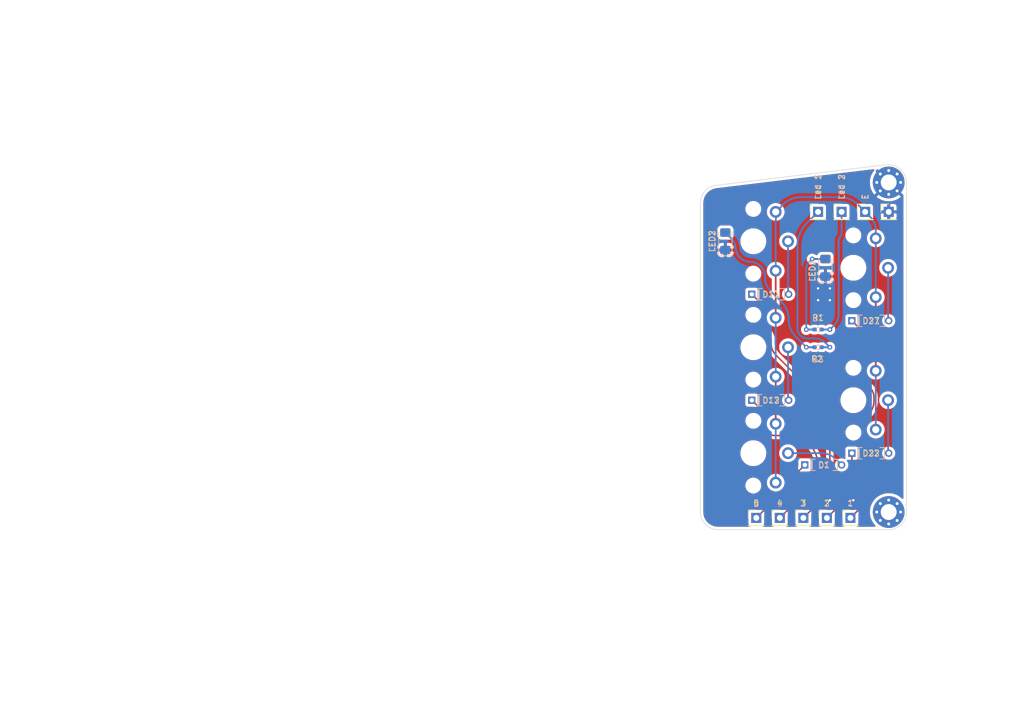
<source format=kicad_pcb>
(kicad_pcb (version 20211014) (generator pcbnew)

  (general
    (thickness 1.6)
  )

  (paper "A4")
  (layers
    (0 "F.Cu" signal)
    (31 "B.Cu" signal)
    (32 "B.Adhes" user "B.Adhesive")
    (33 "F.Adhes" user "F.Adhesive")
    (34 "B.Paste" user)
    (35 "F.Paste" user)
    (36 "B.SilkS" user "B.Silkscreen")
    (37 "F.SilkS" user "F.Silkscreen")
    (38 "B.Mask" user)
    (39 "F.Mask" user)
    (40 "Dwgs.User" user "User.Drawings")
    (41 "Cmts.User" user "User.Comments")
    (42 "Eco1.User" user "User.Eco1")
    (43 "Eco2.User" user "User.Eco2")
    (44 "Edge.Cuts" user)
    (45 "Margin" user)
    (46 "B.CrtYd" user "B.Courtyard")
    (47 "F.CrtYd" user "F.Courtyard")
    (48 "B.Fab" user)
    (49 "F.Fab" user)
    (50 "User.1" user)
    (51 "User.2" user)
    (52 "User.3" user)
    (53 "User.4" user)
    (54 "User.5" user)
    (55 "User.6" user)
    (56 "User.7" user)
    (57 "User.8" user)
    (58 "User.9" user)
  )

  (setup
    (stackup
      (layer "F.SilkS" (type "Top Silk Screen") (color "White"))
      (layer "F.Paste" (type "Top Solder Paste"))
      (layer "F.Mask" (type "Top Solder Mask") (color "Purple") (thickness 0.01))
      (layer "F.Cu" (type "copper") (thickness 0.035))
      (layer "dielectric 1" (type "core") (thickness 1.51) (material "FR4") (epsilon_r 4.5) (loss_tangent 0.02))
      (layer "B.Cu" (type "copper") (thickness 0.035))
      (layer "B.Mask" (type "Bottom Solder Mask") (color "Purple") (thickness 0.01))
      (layer "B.Paste" (type "Bottom Solder Paste"))
      (layer "B.SilkS" (type "Bottom Silk Screen") (color "White"))
      (copper_finish "None")
      (dielectric_constraints no)
    )
    (pad_to_mask_clearance 0)
    (pcbplotparams
      (layerselection 0x00010fc_ffffffff)
      (disableapertmacros false)
      (usegerberextensions false)
      (usegerberattributes true)
      (usegerberadvancedattributes true)
      (creategerberjobfile true)
      (svguseinch false)
      (svgprecision 6)
      (excludeedgelayer true)
      (plotframeref false)
      (viasonmask false)
      (mode 1)
      (useauxorigin false)
      (hpglpennumber 1)
      (hpglpenspeed 20)
      (hpglpendiameter 15.000000)
      (dxfpolygonmode true)
      (dxfimperialunits true)
      (dxfusepcbnewfont true)
      (psnegative false)
      (psa4output false)
      (plotreference true)
      (plotvalue true)
      (plotinvisibletext false)
      (sketchpadsonfab false)
      (subtractmaskfromsilk false)
      (outputformat 1)
      (mirror false)
      (drillshape 1)
      (scaleselection 1)
      (outputdirectory "")
    )
  )

  (net 0 "")
  (net 1 "GND")
  (net 2 "/LED1")
  (net 3 "Net-(D1-Pad2)")
  (net 4 "/LED2")
  (net 5 "/5")
  (net 6 "/4")
  (net 7 "Net-(D12-Pad2)")
  (net 8 "/3")
  (net 9 "Net-(D17-Pad2)")
  (net 10 "/2")
  (net 11 "Net-(D22-Pad2)")
  (net 12 "/1")
  (net 13 "Net-(D27-Pad2)")
  (net 14 "Net-(D2-Pad2)")
  (net 15 "Net-(D3-Pad2)")
  (net 16 "/E")

  (footprint "LED_SMD:LED_1206_3216Metric_Pad1.42x1.75mm_HandSolder" (layer "F.Cu") (at 196.25 64.5 90))

  (footprint "resist_the:DIOAD829W49L456D191" (layer "F.Cu") (at 187 69))

  (footprint "mbk:Choc-1u-solder-flip" (layer "F.Cu") (at 184 60 90))

  (footprint "mbk:Choc-1u-solder-flip" (layer "F.Cu") (at 184 96 90))

  (footprint "mbk:Choc-1u-solder-flip" (layer "F.Cu") (at 201 64.5 90))

  (footprint "Resistor_SMD:R_0402_1005Metric_Pad0.72x0.64mm_HandSolder" (layer "F.Cu") (at 195 75))

  (footprint "mbk:Choc-1u-solder-flip" (layer "F.Cu") (at 184 78 90))

  (footprint "Connector_PinHeader_2.54mm:PinHeader_1x01_P2.54mm_Vertical" (layer "F.Cu") (at 203 55))

  (footprint "Connector_PinHeader_2.54mm:PinHeader_1x01_P2.54mm_Vertical" (layer "F.Cu") (at 188.5 107))

  (footprint "Resistor_SMD:R_0402_1005Metric_Pad0.72x0.64mm_HandSolder" (layer "F.Cu") (at 195 78))

  (footprint "Connector_PinHeader_2.54mm:PinHeader_1x01_P2.54mm_Vertical" (layer "F.Cu") (at 207 55))

  (footprint "Connector_PinHeader_2.54mm:PinHeader_1x01_P2.54mm_Vertical" (layer "F.Cu") (at 192.5 107))

  (footprint "Connector_PinHeader_2.54mm:PinHeader_1x01_P2.54mm_Vertical" (layer "F.Cu") (at 184.5 107))

  (footprint "LED_SMD:LED_1206_3216Metric_Pad1.42x1.75mm_HandSolder" (layer "F.Cu") (at 179.25 60 90))

  (footprint "Connector_PinHeader_2.54mm:PinHeader_1x01_P2.54mm_Vertical" (layer "F.Cu") (at 195 55))

  (footprint "resist_the:DIOAD829W49L456D191" (layer "F.Cu") (at 187 87))

  (footprint "Connector_PinHeader_2.54mm:PinHeader_1x01_P2.54mm_Vertical" (layer "F.Cu") (at 200.5 107))

  (footprint "resist_the:DIOAD829W49L456D191" (layer "F.Cu") (at 204 96))

  (footprint "mbk:Choc-1.5u-solder-flip" (layer "F.Cu") (at 201 87 90))

  (footprint "Connector_PinHeader_2.54mm:PinHeader_1x01_P2.54mm_Vertical" (layer "F.Cu") (at 199 55))

  (footprint "MountingHole:MountingHole_2.7mm_M2.5_Pad_Via" (layer "F.Cu") (at 207 50))

  (footprint "Connector_PinHeader_2.54mm:PinHeader_1x01_P2.54mm_Vertical" (layer "F.Cu") (at 196.5 107))

  (footprint "resist_the:DIOAD829W49L456D191" (layer "F.Cu") (at 196 98))

  (footprint "MountingHole:MountingHole_2.7mm_M2.5_Pad_Via" (layer "F.Cu") (at 207 106))

  (footprint "resist_the:DIOAD829W49L456D191" (layer "F.Cu") (at 204 73.5))

  (footprint "LED_SMD:LED_1206_3216Metric_Pad1.42x1.75mm_HandSolder" (layer "B.Cu") (at 196.25 64.5 90))

  (footprint "LED_SMD:LED_1206_3216Metric_Pad1.42x1.75mm_HandSolder" (layer "B.Cu") (at 179.25 60 90))

  (footprint "Resistor_SMD:R_0402_1005Metric_Pad0.72x0.64mm_HandSolder" (layer "B.Cu") (at 195 75))

  (footprint "Resistor_SMD:R_0402_1005Metric_Pad0.72x0.64mm_HandSolder" (layer "B.Cu") (at 195 78))

  (gr_arc (start 178 109) (mid 175.87868 108.12132) (end 175 106) (layer "Edge.Cuts") (width 0.1) (tstamp 57cf6787-8fef-4f69-9831-060ecb9d9dec))
  (gr_arc (start 210 106) (mid 209.12132 108.12132) (end 207 109) (layer "Edge.Cuts") (width 0.1) (tstamp 7181b1fc-41e5-4d82-ad73-f46ed88e627c))
  (gr_arc (start 207 47) (mid 209.12132 47.87868) (end 210 50) (layer "Edge.Cuts") (width 0.1) (tstamp 790c15be-9205-41e6-be3d-d551120a768a))
  (gr_line (start 177.5 50.5) (end 205.6 47.1) (layer "Edge.Cuts") (width 0.1) (tstamp 84509f82-0432-4c71-a961-b3df460fbca6))
  (gr_arc (start 175 53.5) (mid 175.706925 51.547438) (end 177.5 50.5) (layer "Edge.Cuts") (width 0.1) (tstamp 9f46b79e-37e4-42f3-af63-03cc22e6967e))
  (gr_line (start 175 53.5) (end 175 106) (layer "Edge.Cuts") (width 0.1) (tstamp baf711ef-1298-40f0-8f3a-4d126c3692e0))
  (gr_arc (start 205.6 47.1) (mid 206.297655 47.017166) (end 207 47) (layer "Edge.Cuts") (width 0.1) (tstamp c3362d31-94e4-4813-83c9-bde9d279e0a6))
  (gr_line (start 210 106) (end 210 50) (layer "Edge.Cuts") (width 0.1) (tstamp d6e73605-5002-4979-ba85-03d14276561b))
  (gr_line (start 178 109) (end 207 109) (layer "Edge.Cuts") (width 0.1) (tstamp f29abbac-b5f2-427c-846b-511d1c5287af))
  (gr_text "R2" (at 195 80 180) (layer "B.SilkS") (tstamp 14fdeeb3-80cf-4fe4-9656-d333ade71e0c)
    (effects (font (size 1 1) (thickness 0.15)) (justify mirror))
  )
  (gr_text "1" (at 200.5 104.5 180) (layer "B.SilkS") (tstamp 177024ff-6048-4813-8a84-ee7f71ce1ddc)
    (effects (font (size 1 1) (thickness 0.15)) (justify mirror))
  )
  (gr_text "LED2" (at 177 60 -90) (layer "B.SilkS") (tstamp 2e03893c-6676-422e-9e35-1d1c08b7d6a6)
    (effects (font (size 1 1) (thickness 0.15)) (justify mirror))
  )
  (gr_text "4" (at 188.5 104.5 180) (layer "B.SilkS") (tstamp 37ee1079-5fea-4daa-b4a6-bc3f4dee87eb)
    (effects (font (size 1 1) (thickness 0.15)) (justify mirror))
  )
  (gr_text "2" (at 196.5 104.5 180) (layer "B.SilkS") (tstamp 3e926ab3-ef17-42ad-ae5b-33e771066d87)
    (effects (font (size 1 1) (thickness 0.15)) (justify mirror))
  )
  (gr_text "R1" (at 195 72.984009 180) (layer "B.SilkS") (tstamp 48c9f7f9-270d-4dda-8c20-941eee9406a5)
    (effects (font (size 1 1) (thickness 0.15)) (justify mirror))
  )
  (gr_text "Led 2\n" (at 199 53 -90) (layer "B.SilkS") (tstamp 7345d7ed-9c98-419f-9ee4-b697d3ee7bf7)
    (effects (font (size 1 1) (thickness 0.15)) (justify left mirror))
  )
  (gr_text "E" (at 203 53 -90) (layer "B.SilkS") (tstamp b1054d70-e248-4dc2-8728-281af5f4d3c0)
    (effects (font (size 1 1) (thickness 0.15)) (justify left mirror))
  )
  (gr_text "Led 1" (at 195 53 -90) (layer "B.SilkS") (tstamp df5c4440-5eb4-47dd-b791-3e1979626865)
    (effects (font (size 1 1) (thickness 0.15)) (justify left mirror))
  )
  (gr_text "3" (at 192.474911 104.464834 180) (layer "B.SilkS") (tstamp e47c1934-c65d-49ae-9659-f455bd78dba6)
    (effects (font (size 1 1) (thickness 0.15)) (justify mirror))
  )
  (gr_text "5" (at 184.5 104.5 180) (layer "B.SilkS") (tstamp eadc5b00-6eb4-4f18-9bd1-c7f498e96d6e)
    (effects (font (size 1 1) (thickness 0.15)) (justify mirror))
  )
  (gr_text "LED1" (at 194 65 -90) (layer "B.SilkS") (tstamp fe689f08-0f21-414c-a812-fb818c789632)
    (effects (font (size 1 1) (thickness 0.15)) (justify mirror))
  )
  (gr_text "2" (at 196.5 104.5) (layer "F.SilkS") (tstamp 09a03fa3-aaf9-4005-b65b-cbca2946e8f0)
    (effects (font (size 1 1) (thickness 0.15)))
  )
  (gr_text "Led 2\n" (at 199 53 90) (layer "F.SilkS") (tstamp 47e308aa-739a-4071-b707-646a91dae769)
    (effects (font (size 1 1) (thickness 0.15)) (justify left))
  )
  (gr_text "LED1" (at 194 65 90) (layer "F.SilkS") (tstamp 4bf5ae9b-a104-4573-ab83-3739de1d5527)
    (effects (font (size 1 1) (thickness 0.15)))
  )
  (gr_text "4" (at 188.5 104.5) (layer "F.SilkS") (tstamp 597df556-8ee7-4cbd-8c88-a760106c014b)
    (effects (font (size 1 1) (thickness 0.15)))
  )
  (gr_text "LED2" (at 176.9905 59.983006 90) (layer "F.SilkS") (tstamp 6f2536cc-000b-45b1-899a-85c15145d98e)
    (effects (font (size 1 1) (thickness 0.15)))
  )
  (gr_text "Led 1" (at 195 53 90) (layer "F.SilkS") (tstamp 7254ed32-9671-4a08-95a4-6c1f4a6c98fc)
    (effects (font (size 1 1) (thickness 0.15)) (justify left))
  )
  (gr_text "5" (at 184.5 104.5) (layer "F.SilkS") (tstamp 746c7bf0-f567-43f0-81e4-e2d66432d5fd)
    (effects (font (size 1 1) (thickness 0.15)))
  )
  (gr_text "E" (at 203 53 90) (layer "F.SilkS") (tstamp a3b790cb-17fc-4a70-88a9-662f67bfd03a)
    (effects (font (size 1 1) (thickness 0.15)) (justify left))
  )
  (gr_text "R2" (at 194.826587 79.989509) (layer "F.SilkS") (tstamp c0961a1a-a049-434e-818f-26226286768e)
    (effects (font (size 1 1) (thickness 0.15)))
  )
  (gr_text "3" (at 192.5 104.5) (layer "F.SilkS") (tstamp df1da7ba-62c5-461a-90f0-38ecbe240397)
    (effects (font (size 1 1) (thickness 0.15)))
  )
  (gr_text "1" (at 200.5 104.5) (layer "F.SilkS") (tstamp f726649a-33c1-441b-8360-d07279c29874)
    (effects (font (size 1 1) (thickness 0.15)))
  )
  (gr_text "R1" (at 195 73) (layer "F.SilkS") (tstamp fc950abd-303e-4411-be37-3f8d44e2e79a)
    (effects (font (size 1 1) (thickness 0.15)))
  )

  (via (at 197 70) (size 0.8) (drill 0.4) (layers "F.Cu" "B.Cu") (free) (net 1) (tstamp 09fb0cd7-c629-4e04-901e-091171598246))
  (via (at 195 70) (size 0.8) (drill 0.4) (layers "F.Cu" "B.Cu") (free) (net 1) (tstamp 301bc442-274b-456a-bb58-0c8a9597a57e))
  (via (at 195 68) (size 0.8) (drill 0.4) (layers "F.Cu" "B.Cu") (free) (net 1) (tstamp 33a34ef4-d6af-4d47-9c6f-bf1bb72424e1))
  (via (at 201 104) (size 0.8) (drill 0.4) (layers "F.Cu" "B.Cu") (free) (net 1) (tstamp 3feaf01c-55c3-4472-b185-1dae56e576b4))
  (via (at 197 68) (size 0.8) (drill 0.4) (layers "F.Cu" "B.Cu") (free) (net 1) (tstamp ba0b7f5d-b8ef-4960-a3f9-9405dbecb5c1))
  (via (at 197 104) (size 0.8) (drill 0.4) (layers "F.Cu" "B.Cu") (free) (net 1) (tstamp cb04a119-8e6d-4160-b122-66c6a5555d0e))
  (segment (start 197 78) (end 195.5975 78) (width 0.3) (layer "F.Cu") (net 2) (tstamp c486abbe-dba1-4d1d-9806-703cdf522096))
  (via (at 197 78) (size 0.8) (drill 0.4) (layers "F.Cu" "B.Cu") (net 2) (tstamp bb5cd0de-7c7d-42a7-8757-a9f624244ad8))
  (segment (start 197 78) (end 195.5975 78) (width 0.3) (layer "B.Cu") (net 2) (tstamp 020d8c3a-e36e-4e8d-ae18-6e786a845093))
  (segment (start 191.5 60.753963) (end 191.5 74.792893) (width 0.3) (layer "B.Cu") (net 2) (tstamp 0e77eacb-b67a-48e9-a89f-a0f9bd4418ab))
  (segment (start 197 78) (end 196.25 77.25) (width 0.3) (layer "B.Cu") (net 2) (tstamp 8010a4fa-b7f4-44f1-bb33-7a70944586e5))
  (segment (start 194.439339 76.5) (end 193.207106 76.5) (width 0.3) (layer "B.Cu") (net 2) (tstamp a251a0b2-99ba-4d3e-a7ea-448a5826253f))
  (segment (start 193.093792 56.906207) (end 195 55) (width 0.3) (layer "B.Cu") (net 2) (tstamp a5073647-b6f5-4289-bf58-f08e3edbc8da))
  (arc (start 191.5 74.792893) (mid 191.629945 75.446174) (end 192 76) (width 0.3) (layer "B.Cu") (net 2) (tstamp 5c1c60b4-8a3f-472c-8750-904d26fb7bf1))
  (arc (start 196.25 77.25) (mid 195.419261 76.694918) (end 194.439339 76.5) (width 0.3) (layer "B.Cu") (net 2) (tstamp 8ee32d1c-2917-4dcc-896a-8a2b3911ec55))
  (arc (start 192 76) (mid 192.553825 76.370054) (end 193.207106 76.5) (width 0.3) (layer "B.Cu") (net 2) (tstamp ba03d4b4-83d8-47a9-aa39-4594c6c63b43))
  (arc (start 193.093792 56.906207) (mid 191.914213 58.671572) (end 191.5 60.753963) (width 0.3) (layer "B.Cu") (net 2) (tstamp cee3d005-8c99-47fd-a00d-3d5aad91ce3e))
  (segment (start 198 97) (end 199 98) (width 0.3) (layer "B.Cu") (net 3) (tstamp 80c3f665-b303-4c94-b5f8-400c92b12a7c))
  (segment (start 195.585786 96) (end 189.9 96) (width 0.3) (layer "B.Cu") (net 3) (tstamp e0531953-5dcc-4f8e-abfd-69d423c14e47))
  (arc (start 198 97) (mid 196.892349 96.259891) (end 195.585786 96) (width 0.3) (layer "B.Cu") (net 3) (tstamp 6e9c33a9-0fe5-49a9-899e-c90412205c58))
  (segment (start 197 75) (end 195.5975 75) (width 0.3) (layer "F.Cu") (net 4) (tstamp d81ccfab-22f4-42ac-9862-fbe541da4dc3))
  (via (at 197 75) (size 0.8) (drill 0.4) (layers "F.Cu" "B.Cu") (net 4) (tstamp b11c776a-5e8d-444d-8ad7-f73e0534b603))
  (segment (start 197 75) (end 195.5975 75) (width 0.3) (layer "B.Cu") (net 4) (tstamp 36534812-8c8c-4bc4-9408-caf96d264635))
  (segment (start 198.5 72.439339) (end 198.5 59.853553) (width 0.3) (layer "B.Cu") (net 4) (tstamp 36788b68-4d5c-4d67-b754-d1f1eb255d38))
  (segment (start 199 58.646446) (end 199 55) (width 0.3) (layer "B.Cu") (net 4) (tstamp b60f4ea4-a7c5-4fd4-8edd-70b450a645cb))
  (segment (start 197.75 74.25) (end 197 75) (width 0.3) (layer "B.Cu") (net 4) (tstamp faa6d8be-01f7-42a4-b726-d8925a218cfc))
  (arc (start 198.75 59.25) (mid 198.564972 59.526912) (end 198.5 59.853553) (width 0.3) (layer "B.Cu") (net 4) (tstamp 1969474d-eeeb-44d5-9243-c93ddb5c891f))
  (arc (start 199 58.646446) (mid 198.935027 58.973087) (end 198.75 59.25) (width 0.3) (layer "B.Cu") (net 4) (tstamp c38a7b89-af8c-4920-b6e3-c22fad313f13))
  (arc (start 198.5 72.439339) (mid 198.305081 73.419261) (end 197.75 74.25) (width 0.3) (layer "B.Cu") (net 4) (tstamp f36f8af1-d4e8-4f87-8182-ea31e721bf05))
  (segment (start 190.381281 102.118718) (end 188.853553 103.646446) (width 0.25) (layer "F.Cu") (net 5) (tstamp 49c6364b-2873-4684-b5c7-711274386ab7))
  (segment (start 191.618718 99.131281) (end 192.75 98) (width 0.25) (layer "F.Cu") (net 5) (tstamp 775e37d1-a988-424e-951c-c7d7781b9ce4))
  (segment (start 187.146446 104.353553) (end 184.5 107) (width 0.25) (layer "F.Cu") (net 5) (tstamp e755f486-9532-423a-a667-c0958b6f5953))
  (arc (start 191 100.625) (mid 190.8392 101.433394) (end 190.381281 102.118718) (width 0.25) (layer "F.Cu") (net 5) (tstamp 22206d5b-3ba7-4466-8052-006ecfbe135a))
  (arc (start 191.618718 99.131281) (mid 191.160799 99.816605) (end 191 100.625) (width 0.25) (layer "F.Cu") (net 5) (tstamp b5c5e25a-ef94-4f74-a264-001b65f19169))
  (arc (start 188 104) (mid 187.53806 104.091885) (end 187.146446 104.353553) (width 0.25) (layer "F.Cu") (net 5) (tstamp e5c49198-9e7a-4221-a10a-b756f05c4d63))
  (arc (start 188.853553 103.646446) (mid 188.461939 103.908114) (end 188 104) (width 0.25) (layer "F.Cu") (net 5) (tstamp fdf45d59-69ef-4e40-ba5f-a70d12b33c7e))
  (segment (start 193.409009 102.09099) (end 188.5 107) (width 0.25) (layer "F.Cu") (net 6) (tstamp 2847de72-27bd-4125-ad56-1df335cbed5a))
  (segment (start 195 98.12132) (end 195 98.25) (width 0.25) (layer "F.Cu") (net 6) (tstamp 7c8b80b7-1257-4904-8167-08444967c46d))
  (segment (start 186 90.643286) (end 186 91.355325) (width 0.25) (layer "F.Cu") (net 6) (tstamp 8f6fefda-2bac-4aa9-a3e7-cab1f24a8c88))
  (segment (start 189.878679 93) (end 187.644674 93) (width 0.25) (layer "F.Cu") (net 6) (tstamp 9d8ae9df-e476-42db-8cf7-7a6c5bd35a10))
  (segment (start 185.014798 88.264798) (end 183.75 87) (width 0.25) (layer "F.Cu") (net 6) (tstamp b79da02d-16ec-43db-a75f-a3fe5acbadf1))
  (arc (start 186 91.355325) (mid 186.125193 91.984715) (end 186.481714 92.518286) (width 0.25) (layer "F.Cu") (net 6) (tstamp 6563cd07-2679-4fc8-ba02-a617da2db5a4))
  (arc (start 195 98.25) (mid 194.586514 100.328728) (end 193.409009 102.09099) (width 0.25) (layer "F.Cu") (net 6) (tstamp 718feb68-d37a-4d4b-8ea9-53b0bc736953))
  (arc (start 186.481714 92.518286) (mid 187.015284 92.874806) (end 187.644674 93) (width 0.25) (layer "F.Cu") (net 6) (tstamp a8f3877c-2d9d-47d6-b17c-57935fc2266c))
  (arc (start 185.014798 88.264798) (mid 185.743954 89.356057) (end 186 90.643286) (width 0.25) (layer "F.Cu") (net 6) (tstamp b48557d5-962b-463c-aa16-38a274d5f006))
  (arc (start 193.5 94.5) (mid 191.838523 93.389837) (end 189.878679 93) (width 0.25) (layer "F.Cu") (net 6) (tstamp bf03ada9-3d65-4481-b2a9-54ffa080ad2c))
  (arc (start 193.5 94.5) (mid 194.610162 96.161475) (end 195 98.12132) (width 0.25) (layer "F.Cu") (net 6) (tstamp f5dc8f99-4b30-4437-bb00-694ec538bff0))
  (segment (start 189.9 86.829289) (end 189.9 78) (width 0.3) (layer "B.Cu") (net 7) (tstamp 254d4243-f92c-4ecd-aaaa-b1f29748f8e7))
  (segment (start 189.95 86.95) (end 190 87) (width 0.3) (layer "B.Cu") (net 7) (tstamp 832e0ca5-be5d-45e5-b3bf-deebf70cb5cc))
  (arc (start 189.9 86.829289) (mid 189.912994 86.894617) (end 189.95 86.95) (width 0.3) (layer "B.Cu") (net 7) (tstamp a33945b8-46f5-42a6-972d-6aead99e4c89))
  (segment (start 186 72.84099) (end 186 74.292893) (width 0.25) (layer "F.Cu") (net 8) (tstamp 170f0de8-dff5-4e96-88b4-6dd5c243834f))
  (segment (start 184.875 70.125) (end 183.75 69) (width 0.25) (layer "F.Cu") (net 8) (tstamp 3d0734c5-5ba5-4cd5-b307-a7ca0793189d))
  (segment (start 187 77.25) (end 187 76.707108) (width 0.25) (layer "F.Cu") (net 8) (tstamp 4f0ffb83-99de-4570-8390-ec9b1e9d8a18))
  (segment (start 195.406207 86.906207) (end 187.883883 79.383883) (width 0.25) (layer "F.Cu") (net 8) (tstamp 73d37517-6737-4b5e-847e-bb7ae3e3068f))
  (segment (start 195.406207 104.093792) (end 192.5 107) (width 0.25) (layer "F.Cu") (net 8) (tstamp c3d18368-ba54-4a72-b874-ff4134e3b76f))
  (segment (start 197 100.246036) (end 197 90.753963) (width 0.25) (layer "F.Cu") (net 8) (tstamp cff88e2f-8d05-4101-a02b-c2876fc970b0))
  (arc (start 197 100.246036) (mid 196.585786 102.328426) (end 195.406207 104.093792) (width 0.25) (layer "F.Cu") (net 8) (tstamp 20fd9e9d-8eb5-457a-b7b7-88604a001d70))
  (arc (start 195.406207 86.906207) (mid 196.585786 88.671572) (end 197 90.753963) (width 0.25) (layer "F.Cu") (net 8) (tstamp 2b2c8025-0ba1-4ef1-821b-1859a487d815))
  (arc (start 184.875 70.125) (mid 185.707622 71.371106) (end 186 72.84099) (width 0.25) (layer "F.Cu") (net 8) (tstamp aef964db-daa9-4d77-bf80-87cdd5198026))
  (arc (start 187 77.25) (mid 187.229713 78.404849) (end 187.883883 79.383883) (width 0.25) (layer "F.Cu") (net 8) (tstamp bc3887c9-8105-41ce-a42d-3bb1a69ac5ed))
  (arc (start 186.5 75.5) (mid 186.870054 76.053825) (end 187 76.707108) (width 0.25) (layer "F.Cu") (net 8) (tstamp ca7d4274-6661-4255-bec1-83417e3bb6fd))
  (arc (start 186 74.292893) (mid 186.129945 74.946174) (end 186.5 75.5) (width 0.25) (layer "F.Cu") (net 8) (tstamp ff402600-f3a0-475c-ba09-dec19328b35f))
  (segment (start 189.95 68.95) (end 190 69) (width 0.3) (layer "B.Cu") (net 9) (tstamp f02ba667-420b-4e68-a94d-c661ec72d40c))
  (segment (start 189.9 68.829289) (end 189.9 60) (width 0.3) (layer "B.Cu") (net 9) (tstamp f35ab418-0193-454c-81ba-04f4ab3a0258))
  (arc (start 189.9 68.829289) (mid 189.912994 68.894617) (end 189.95 68.95) (width 0.3) (layer "B.Cu") (net 9) (tstamp 21b054aa-36f3-45d8-9c78-c49e51a8326c))
  (segment (start 199.156207 104.343792) (end 196.5 107) (width 0.25) (layer "F.Cu") (net 10) (tstamp 109703ab-7df1-4347-bf9a-035f5ee69462))
  (segment (start 200.75 100.496036) (end 200.75 96) (width 0.25) (layer "F.Cu") (net 10) (tstamp 3a6b7365-46bb-4e29-bd31-ae25ddb41e86))
  (arc (start 200.75 100.496036) (mid 200.335786 102.578426) (end 199.156207 104.343792) (width 0.25) (layer "F.Cu") (net 10) (tstamp ce658448-83f1-4899-b8a7-e80671c4bab6))
  (segment (start 206.95 95.95) (end 207 96) (width 0.3) (layer "B.Cu") (net 11) (tstamp 05154e2c-6f3f-40ed-b1c8-eed4491d35ec))
  (segment (start 206.9 95.829289) (end 206.9 87) (width 0.3) (layer "B.Cu") (net 11) (tstamp b4ec5d28-e44e-4b1d-8fce-af6680395762))
  (arc (start 206.9 95.829289) (mid 206.912994 95.894617) (end 206.95 95.95) (width 0.3) (layer "B.Cu") (net 11) (tstamp 6552453a-17ce-4702-b146-c1312bd63eda))
  (segment (start 204.5 86.56066) (end 204.5 87.085786) (width 0.25) (layer "F.Cu") (net 12) (tstamp 1873ab48-5933-44c2-b866-a1c00b563fd6))
  (segment (start 201.875 74.625) (end 200.75 73.5) (width 0.25) (layer "F.Cu") (net 12) (tstamp 2e97f3e7-1eb0-4086-822f-965a126bd53e))
  (segment (start 201.5 106) (end 200.5 107) (width 0.25) (layer "F.Cu") (net 12) (tstamp 63e61ed7-30e0-445e-a243-cbdedc3298ef))
  (segment (start 202.5 91.914213) (end 202.5 103.585786) (width 0.25) (layer "F.Cu") (net 12) (tstamp 9414de43-4bf4-4010-a797-9985daa49472))
  (segment (start 203 77.34099) (end 203 82.939339) (width 0.25) (layer "F.Cu") (net 12) (tstamp e3fc788c-b441-4360-96cc-37a41ee16a22))
  (arc (start 203 82.939339) (mid 203.194918 83.919261) (end 203.75 84.75) (width 0.25) (layer "F.Cu") (net 12) (tstamp 1cb120c6-f5c4-41d3-93fd-0686f409c48b))
  (arc (start 201.875 74.625) (mid 202.707622 75.871106) (end 203 77.34099) (width 0.25) (layer "F.Cu") (net 12) (tstamp 23efdd00-b6e5-434d-9180-c45f19a24f27))
  (arc (start 204.5 87.085786) (mid 204.240108 88.392349) (end 203.5 89.5) (width 0.25) (layer "F.Cu") (net 12) (tstamp 41619cd9-cb96-4d5f-8733-b81558b2f5b4))
  (arc (start 202.5 103.585786) (mid 202.240108 104.892349) (end 201.5 106) (width 0.25) (layer "F.Cu") (net 12) (tstamp 78c5263e-ed31-4ca8-9e61-6518003257ec))
  (arc (start 203.75 84.75) (mid 204.305081 85.580737) (end 204.5 86.56066) (width 0.25) (layer "F.Cu") (net 12) (tstamp 842c4f7d-9626-46a6-b322-ff644d8e8e90))
  (arc (start 203.5 89.5) (mid 202.759891 90.60765) (end 202.5 91.914213) (width 0.25) (layer "F.Cu") (net 12) (tstamp 953b92a9-3b05-4c28-964f-67e443aa3db1))
  (segment (start 206.9 73.329289) (end 206.9 64.5) (width 0.3) (layer "B.Cu") (net 13) (tstamp 9be42099-5734-4415-89d1-a0b22c2fe498))
  (segment (start 206.95 73.45) (end 207 73.5) (width 0.3) (layer "B.Cu") (net 13) (tstamp bf68a3b8-0def-457c-847f-4728dcf0a72d))
  (arc (start 206.9 73.329289) (mid 206.912994 73.394617) (end 206.95 73.45) (width 0.3) (layer "B.Cu") (net 13) (tstamp 30c7f64f-92f4-46ff-8efa-fb5df45fd0e4))
  (segment (start 179.2375 58.5) (end 179.25 58.5125) (width 0.3) (layer "F.Cu") (net 14) (tstamp 092f1582-9ed3-402a-81ff-ed9d6f563097))
  (segment (start 193 78) (end 194.4025 78) (width 0.3) (layer "F.Cu") (net 14) (tstamp ff92b7b8-ea64-43c5-9514-719e478003b8))
  (via (at 193 78) (size 0.8) (drill 0.4) (layers "F.Cu" "B.Cu") (net 14) (tstamp 93a3202d-8cea-4f37-ba9a-41af88ce1d56))
  (segment (start 193 78) (end 191.237436 76.237436) (width 0.3) (layer "B.Cu") (net 14) (tstamp 26159f1f-5a51-462d-9016-eb9e2d9ace72))
  (segment (start 193 78) (end 194.4025 78) (width 0.3) (layer "B.Cu") (net 14) (tstamp 72fffbeb-5a2c-476e-a8df-8fe5f52ba0fc))
  (segment (start 180.3857 59.6482) (end 179.25 58.5125) (width 0.3) (layer "B.Cu") (net 14) (tstamp 7fe519dc-35e2-4e42-9ca3-32363bb94116))
  (segment (start 185.25 64.25) (end 185.207106 64.207106) (width 0.3) (layer "B.Cu") (net 14) (tstamp a0e9b128-bae5-4c7a-943d-cdf7756d25ef))
  (segment (start 188.762563 70.262563) (end 186.883883 68.383883) (width 0.3) (layer "B.Cu") (net 14) (tstamp b4e3e169-c9ea-46c7-af71-13426d589fb7))
  (segment (start 186 66.06066) (end 186 66.25) (width 0.3) (layer "B.Cu") (net 14) (tstamp c19e609d-3e59-46ca-b613-e3b10662df7d))
  (segment (start 181.614299 62.614299) (end 181.792893 62.792893) (width 0.3) (layer "B.Cu") (net 14) (tstamp c7e8dbca-1e90-4b89-8cd6-03a47e28b547))
  (arc (start 185.207106 64.207106) (mid 184.423879 63.68377) (end 183.5 63.5) (width 0.3) (layer "B.Cu") (net 14) (tstamp 0648cd9f-3e64-44bf-932d-45a982f59a77))
  (arc (start 180.3857 59.6482) (mid 180.840348 60.328629) (end 181 61.13125) (width 0.3) (layer "B.Cu") (net 14) (tstamp 0d69dfda-4dc6-432d-9e37-ef6e62a64533))
  (arc (start 181 61.13125) (mid 181.159651 61.93387) (end 181.614299 62.614299) (width 0.3) (layer "B.Cu") (net 14) (tstamp 1ec9aa07-2a40-4c52-a794-b7295c407f68))
  (arc (start 181.792893 62.792893) (mid 182.57612 63.316228) (end 183.5 63.5) (width 0.3) (layer "B.Cu") (net 14) (tstamp 44515472-290a-435f-bb90-22d54b824756))
  (arc (start 190 73.25) (mid 190.321599 74.866788) (end 191.237436 76.237436) (width 0.3) (layer "B.Cu") (net 14) (tstamp 4fe3157e-523c-41d0-a126-6aaeda208724))
  (arc (start 188.762563 70.262563) (mid 189.6784 71.63321) (end 190 73.25) (width 0.3) (layer "B.Cu") (net 14) (tstamp 9d02235e-307a-40d1-9e70-02d06c83f567))
  (arc (start 186 66.25) (mid 186.229713 67.404849) (end 186.883883 68.383883) (width 0.3) (layer "B.Cu") (net 14) (tstamp 9d604f50-4cf0-4f54-80ef-edd89e99edc8))
  (arc (start 185.25 64.25) (mid 185.805081 65.080737) (end 186 66.06066) (width 0.3) (layer "B.Cu") (net 14) (tstamp b5139c60-aa3b-4243-aaa0-cf75b0d9902f))
  (segment (start 194 63) (end 194.00625 63.00625) (width 0.3) (layer "F.Cu") (net 15) (tstamp 40cb3d81-58f6-4362-8e0f-f8dce47877db))
  (segment (start 193 75) (end 194.4025 75) (width 0.3) (layer "F.Cu") (net 15) (tstamp 46a680e0-9ba6-4821-87e5-3196b08e366e))
  (segment (start 194.021338 63.0125) (end 196.25 63.0125) (width 0.3) (layer "F.Cu") (net 15) (tstamp 79a7ad74-1b01-4630-b9a8-d6a1738f1097))
  (via (at 193 75) (size 0.8) (drill 0.4) (layers "F.Cu" "B.Cu") (net 15) (tstamp 09bb2edb-4793-43f4-9857-c58aba4588a9))
  (via (at 194 63) (size 0.8) (drill 0.4) (layers "F.Cu" "B.Cu") (net 15) (tstamp 4653ced5-fa60-46ee-8d92-f13ec406f0c9))
  (arc (start 194.00625 63.00625) (mid 194.013172 63.010875) (end 194.021338 63.0125) (width 0.3) (layer "F.Cu") (net 15) (tstamp f73c5352-e54b-4d6d-8d87-8403b53e52bd))
  (segment (start 193.5 63.5) (end 194 63) (width 0.3) (layer "B.Cu") (net 15) (tstamp 125a6e33-2184-483b-be26-34b1466d832e))
  (segment (start 194 63) (end 196.228661 63) (width 0.3) (layer "B.Cu") (net 15) (tstamp 497fece6-1d22-49de-b260-f0eb009a1b11))
  (segment (start 193 75) (end 194.4025 75) (width 0.3) (layer "B.Cu") (net 15) (tstamp 720cf525-19e8-4fc6-93bd-9100a6c2649f))
  (segment (start 193 64.707106) (end 193 75) (width 0.3) (layer "B.Cu") (net 15) (tstamp cc10e136-632e-49f7-8ca4-8095d48d8622))
  (segment (start 196.24375 63.00625) (end 196.25 63.0125) (width 0.3) (layer "B.Cu") (net 15) (tstamp d235dcbc-1386-4318-9b24-39f9cb5057fe))
  (arc (start 196.24375 63.00625) (mid 196.236827 63.001624) (end 196.228661 63) (width 0.3) (layer "B.Cu") (net 15) (tstamp 5d6d1310-4b9a-44d8-929c-785a6d395e21))
  (arc (start 193.5 63.5) (mid 193.129945 64.053825) (end 193 64.707106) (width 0.3) (layer "B.Cu") (net 15) (tstamp eb6bf346-096a-4f22-99f9-b1a5dcc62612))
  (segment (start 187.8 91) (end 187.8 83) (width 0.3) (layer "F.Cu") (net 16) (tstamp c99d906d-15dd-4e6e-9757-cd80343018fd))
  (segment (start 187.8 73) (end 187.8 65) (width 0.3) (layer "F.Cu") (net 16) (tstamp d98fca6f-d82e-41a5-8bf2-7110112a48c3))
  (segment (start 204.8 69.5) (end 204.8 82) (width 0.3) (layer "F.Cu") (net 16) (tstamp dd84bd08-e606-448a-be51-aa73e0152a4f))
  (segment (start 201.75 53.75) (end 202.1 54.1) (width 0.3) (layer "B.Cu") (net 16) (tstamp 13413711-5523-44a8-b507-3585ad582f02))
  (segment (start 204.8 60.85) (end 204.8 69.5) (width 0.3) (layer "B.Cu") (net 16) (tstamp 264066e1-aa71-4d25-9940-0ad30b899ce6))
  (segment (start 187.8 83) (end 187.8 73) (width 0.3) (layer "B.Cu") (net 16) (tstamp 6927f6d1-6d19-4688-b318-961146035e64))
  (segment (start 204.8 58.15) (end 204.8 58.072792) (width 0.3) (layer "B.Cu") (net 16) (tstamp 72b5ea93-077f-4b4e-ac74-90b4df1a761d))
  (segment (start 187.8 56.767766) (end 187.8 65) (width 0.3) (layer "B.Cu") (net 16) (tstamp 82143896-8f8b-4621-bb02-fbc42533a93c))
  (segment (start 204.8 58.15) (end 204.8 60.85) (width 0.3) (layer "B.Cu") (net 16) (tstamp 8c23893f-bb5b-4990-9b21-b368fecd256f))
  (segment (start 198.732233 52.5) (end 192.067766 52.5) (width 0.3) (layer "B.Cu") (net 16) (tstamp 993ba8c2-5e69-4425-9074-56ef5cd54fe5))
  (segment (start 187.8 101) (end 187.8 91) (width 0.3) (layer "B.Cu") (net 16) (tstamp c591d845-cd86-4d47-80cf-7a690d0d3f9d))
  (segment (start 202.1 54.1) (end 203.9 55.9) (width 0.3) (layer "B.Cu") (net 16) (tstamp f087a16a-f554-4e06-b2d1-c00ff3aeb20f))
  (segment (start 204.8 82) (end 204.8 92) (width 0.3) (layer "B.Cu") (net 16) (tstamp f3bd5e5b-a659-426b-ae2b-a493e6b9a2eb))
  (arc (start 201.75 53.75) (mid 200.365436 52.824864) (end 198.732233 52.5) (width 0.3) (layer "B.Cu") (net 16) (tstamp 5b8f393a-af00-4085-9248-6d32ac6b7de3))
  (arc (start 203.9 55.9) (mid 204.566097 56.896885) (end 204.8 58.072792) (width 0.3) (layer "B.Cu") (net 16) (tstamp 766c5571-2acb-42e6-8187-5ca549c7a657))
  (arc (start 189.05 53.75) (mid 188.124864 55.134562) (end 187.8 56.767766) (width 0.3) (layer "B.Cu") (net 16) (tstamp 8fe43a81-d43e-4654-bccd-c0ce127234ab))
  (arc (start 192.067766 52.5) (mid 190.434562 52.824864) (end 189.05 53.75) (width 0.3) (layer "B.Cu") (net 16) (tstamp c316bb6c-786f-4492-ae25-cb179b92d02a))

  (zone (net 1) (net_name "GND") (layers F&B.Cu) (tstamp 674dd1eb-56ea-42e2-a2de-873010d6fa83) (hatch edge 0.508)
    (connect_pads (clearance 0.508))
    (min_thickness 0.254) (filled_areas_thickness no)
    (fill yes (thermal_gap 0.508) (thermal_bridge_width 0.508))
    (polygon
      (pts
        (xy 230 142)
        (xy 56 142)
        (xy 56 19)
        (xy 230 19)
      )
    )
    (filled_polygon
      (layer "F.Cu")
      (pts
        (xy 201.800824 97.022924)
        (xy 201.851054 97.073098)
        (xy 201.8665 97.133545)
        (xy 201.8665 103.53577)
        (xy 201.865422 103.552216)
        (xy 201.861882 103.579106)
        (xy 201.862716 103.586659)
        (xy 201.864203 103.600134)
        (xy 201.864812 103.620141)
        (xy 201.853415 103.852163)
        (xy 201.852203 103.864464)
        (xy 201.841571 103.936142)
        (xy 201.813979 104.122155)
        (xy 201.811567 104.134282)
        (xy 201.748271 104.386979)
        (xy 201.744682 104.398812)
        (xy 201.656919 104.644095)
        (xy 201.652187 104.655519)
        (xy 201.619647 104.72432)
        (xy 201.577175 104.81412)
        (xy 201.540806 104.891015)
        (xy 201.534979 104.901916)
        (xy 201.494845 104.968877)
        (xy 201.401049 105.125366)
        (xy 201.394179 105.135647)
        (xy 201.238998 105.344884)
        (xy 201.231154 105.354442)
        (xy 201.080157 105.521043)
        (xy 201.0635 105.53639)
        (xy 201.053508 105.544057)
        (xy 201.048759 105.549985)
        (xy 201.031526 105.571495)
        (xy 201.022287 105.581809)
        (xy 200.999501 105.604595)
        (xy 200.937189 105.638621)
        (xy 200.910406 105.6415)
        (xy 199.601866 105.6415)
        (xy 199.539684 105.648255)
        (xy 199.403295 105.699385)
        (xy 199.286739 105.786739)
        (xy 199.199385 105.903295)
        (xy 199.148255 106.039684)
        (xy 199.1415 106.101866)
        (xy 199.1415 107.898134)
        (xy 199.148255 107.960316)
        (xy 199.199385 108.096705)
        (xy 199.286739 108.213261)
        (xy 199.293919 108.218642)
        (xy 199.29392 108.218643)
        (xy 199.355339 108.264674)
        (xy 199.397854 108.321533)
        (xy 199.40288 108.392352)
        (xy 199.36882 108.454645)
        (xy 199.306489 108.488635)
        (xy 199.279774 108.4915)
        (xy 197.720226 108.4915)
        (xy 197.652105 108.471498)
        (xy 197.605612 108.417842)
        (xy 197.595508 108.347568)
        (xy 197.625002 108.282988)
        (xy 197.644661 108.264674)
        (xy 197.70608 108.218643)
        (xy 197.706081 108.218642)
        (xy 197.713261 108.213261)
        (xy 197.800615 108.096705)
        (xy 197.851745 107.960316)
        (xy 197.8585 107.898134)
        (xy 197.8585 106.589594)
        (xy 197.878502 106.521473)
        (xy 197.895405 106.500499)
        (xy 199.565978 104.829925)
        (xy 199.57942 104.81826)
        (xy 199.594605 104.806859)
        (xy 199.594607 104.806857)
        (xy 199.597901 104.804384)
        (xy 199.60745 104.795033)
        (xy 199.609998 104.791783)
        (xy 199.610168 104.791594)
        (xy 199.616834 104.783797)
        (xy 199.782849 104.605483)
        (xy 199.901054 104.478521)
        (xy 199.90106 104.478514)
        (xy 199.902586 104.476875)
        (xy 200.17487 104.138991)
        (xy 200.182308 104.128279)
        (xy 200.421073 103.784391)
        (xy 200.421074 103.784389)
        (xy 200.422356 103.782543)
        (xy 200.643783 103.409348)
        (xy 200.761593 103.173995)
        (xy 200.83702 103.023311)
        (xy 200.837021 103.023308)
        (xy 200.838023 103.021307)
        (xy 200.843441 103.008228)
        (xy 201.003229 102.622469)
        (xy 201.003233 102.622459)
        (xy 201.004086 102.620399)
        (xy 201.066407 102.433157)
        (xy 201.140418 102.210794)
        (xy 201.140423 102.210779)
        (xy 201.141126 102.208665)
        (xy 201.248444 101.788204)
        (xy 201.267536 101.682389)
        (xy 201.294757 101.531513)
        (xy 201.325493 101.361158)
        (xy 201.371882 100.929704)
        (xy 201.386284 100.526531)
        (xy 201.387363 100.514384)
        (xy 201.387431 100.513495)
        (xy 201.388013 100.509404)
        (xy 201.388153 100.49604)
        (xy 201.387658 100.491947)
        (xy 201.387657 100.491934)
        (xy 201.384413 100.465125)
        (xy 201.3835 100.449988)
        (xy 201.3835 97.242067)
        (xy 201.403502 97.173946)
        (xy 201.457158 97.127453)
        (xy 201.475466 97.121163)
        (xy 201.479316 97.120745)
        (xy 201.486707 97.117974)
        (xy 201.486712 97.117973)
        (xy 201.607297 97.072767)
        (xy 201.615705 97.069615)
        (xy 201.664935 97.032719)
        (xy 201.731441 97.007871)
      )
    )
    (filled_polygon
      (layer "F.Cu")
      (pts
        (xy 204.473993 47.7686)
        (xy 204.526594 47.816282)
        (xy 204.545066 47.884834)
        (xy 204.523544 47.95249)
        (xy 204.514585 47.963873)
        (xy 204.514657 47.963931)
        (xy 204.507992 47.972103)
        (xy 204.301287 48.256608)
        (xy 204.29747 48.26253)
        (xy 204.123771 48.568297)
        (xy 204.120641 48.574602)
        (xy 203.982101 48.897838)
        (xy 203.979699 48.904439)
        (xy 203.878055 49.241099)
        (xy 203.8764 49.247942)
        (xy 203.812918 49.593824)
        (xy 203.812035 49.600819)
        (xy 203.787504 49.951621)
        (xy 203.787406 49.958666)
        (xy 203.802133 50.310021)
        (xy 203.802818 50.317013)
        (xy 203.85662 50.664559)
        (xy 203.85808 50.671426)
        (xy 203.950288 51.010807)
        (xy 203.952502 51.017463)
        (xy 204.08197 51.344462)
        (xy 204.084909 51.350823)
        (xy 204.250019 51.661347)
        (xy 204.253653 51.667348)
        (xy 204.452339 51.957523)
        (xy 204.456633 51.963098)
        (xy 204.547208 52.06803)
        (xy 204.560251 52.076447)
        (xy 204.570282 52.070508)
        (xy 206.910905 49.729885)
        (xy 206.973217 49.695859)
        (xy 207.044032 49.700924)
        (xy 207.089095 49.729885)
        (xy 209.443511 52.084301)
        (xy 209.442419 52.085393)
        (xy 209.47609 52.119069)
        (xy 209.4915 52.179449)
        (xy 209.4915 103.642935)
        (xy 209.471498 103.711056)
        (xy 209.417842 103.757549)
        (xy 209.347568 103.767653)
        (xy 209.282988 103.738159)
        (xy 209.280256 103.735607)
        (xy 209.280245 103.735619)
        (xy 209.016244 103.497911)
        (xy 209.016241 103.497909)
        (xy 209.013626 103.495554)
        (xy 209.010776 103.493513)
        (xy 209.010769 103.493508)
        (xy 208.724763 103.288748)
        (xy 208.72476 103.288746)
        (xy 208.721909 103.286705)
        (xy 208.40873 103.111675)
        (xy 208.077992 102.972646)
        (xy 208.074623 102.971655)
        (xy 208.074619 102.971653)
        (xy 207.922754 102.926957)
        (xy 207.733818 102.87135)
        (xy 207.411497 102.814516)
        (xy 207.383958 102.80966)
        (xy 207.383956 102.80966)
        (xy 207.380498 102.80905)
        (xy 207.376987 102.808829)
        (xy 207.376986 102.808829)
        (xy 207.025953 102.786743)
        (xy 207.025947 102.786743)
        (xy 207.022435 102.786522)
        (xy 206.921046 102.791481)
        (xy 206.667599 102.803876)
        (xy 206.667591 102.803877)
        (xy 206.664092 102.804048)
        (xy 206.660624 102.80461)
        (xy 206.660621 102.80461)
        (xy 206.313411 102.860846)
        (xy 206.313408 102.860847)
        (xy 206.309936 102.861409)
        (xy 206.306549 102.862355)
        (xy 206.306543 102.862356)
        (xy 206.022406 102.941689)
        (xy 205.964381 102.95789)
        (xy 205.83979 103.008228)
        (xy 205.634998 103.090969)
        (xy 205.634994 103.090971)
        (xy 205.631734 103.092288)
        (xy 205.628647 103.093957)
        (xy 205.628643 103.093959)
        (xy 205.592699 103.113394)
        (xy 205.316142 103.262928)
        (xy 205.021537 103.467683)
        (xy 205.018895 103.469996)
        (xy 205.018891 103.469999)
        (xy 204.821349 103.642935)
        (xy 204.751593 103.704002)
        (xy 204.749218 103.706603)
        (xy 204.584351 103.887155)
        (xy 204.509672 103.968938)
        (xy 204.298792 104.25919)
        (xy 204.12158 104.57114)
        (xy 204.07363 104.683015)
        (xy 203.982084 104.896609)
        (xy 203.980245 104.900899)
        (xy 203.876549 105.244358)
        (xy 203.866694 105.298055)
        (xy 203.822393 105.539433)
        (xy 203.811784 105.597235)
        (xy 203.786757 105.955132)
        (xy 203.801781 106.313588)
        (xy 203.821837 106.443141)
        (xy 203.83643 106.537404)
        (xy 203.856668 106.668136)
        (xy 203.950734 107.014356)
        (xy 204.082806 107.347933)
        (xy 204.084461 107.351045)
        (xy 204.084463 107.35105)
        (xy 204.118643 107.415333)
        (xy 204.251239 107.664709)
        (xy 204.253224 107.667607)
        (xy 204.25323 107.667618)
        (xy 204.451942 107.957829)
        (xy 204.451947 107.957835)
        (xy 204.453933 107.960736)
        (xy 204.456236 107.963404)
        (xy 204.68502 108.228453)
        (xy 204.688361 108.232324)
        (xy 204.732343 108.273052)
        (xy 204.768734 108.33401)
        (xy 204.766391 108.404968)
        (xy 204.726057 108.463395)
        (xy 204.660539 108.490741)
        (xy 204.646732 108.4915)
        (xy 201.720226 108.4915)
        (xy 201.652105 108.471498)
        (xy 201.605612 108.417842)
        (xy 201.595508 108.347568)
        (xy 201.625002 108.282988)
        (xy 201.644661 108.264674)
        (xy 201.70608 108.218643)
        (xy 201.706081 108.218642)
        (xy 201.713261 108.213261)
        (xy 201.800615 108.096705)
        (xy 201.851745 107.960316)
        (xy 201.8585 107.898134)
        (xy 201.8585 106.589594)
        (xy 201.878502 106.521473)
        (xy 201.895405 106.500499)
        (xy 201.909767 106.486137)
        (xy 201.92321 106.474471)
        (xy 201.938394 106.463071)
        (xy 201.938397 106.463068)
        (xy 201.941694 106.460593)
        (xy 201.951242 106.451242)
        (xy 201.953789 106.447994)
        (xy 201.954615 106.446941)
        (xy 201.96087 106.439566)
        (xy 202.187622 106.192109)
        (xy 202.189473 106.190089)
        (xy 202.316286 106.024823)
        (xy 202.402973 105.911849)
        (xy 202.404642 105.909674)
        (xy 202.594553 105.611573)
        (xy 202.75776 105.298055)
        (xy 202.89302 104.971505)
        (xy 202.999305 104.634409)
        (xy 203.075806 104.289333)
        (xy 203.079371 104.262258)
        (xy 203.097892 104.121566)
        (xy 203.12194 103.938902)
        (xy 203.135955 103.617879)
        (xy 203.137092 103.605624)
        (xy 203.137433 103.603227)
        (xy 203.137434 103.603219)
        (xy 203.138013 103.599147)
        (xy 203.138153 103.585783)
        (xy 203.134413 103.554879)
        (xy 203.1335 103.539741)
        (xy 203.1335 95.970359)
        (xy 205.868058 95.970359)
        (xy 205.881611 96.177135)
        (xy 205.932619 96.37798)
        (xy 206.019373 96.566165)
        (xy 206.022704 96.570878)
        (xy 206.022705 96.57088)
        (xy 206.075652 96.645797)
        (xy 206.13897 96.73539)
        (xy 206.287402 96.879986)
        (xy 206.292198 96.883191)
        (xy 206.292201 96.883193)
        (xy 206.367017 96.933183)
        (xy 206.459699 96.995111)
        (xy 206.465002 96.997389)
        (xy 206.465005 96.997391)
        (xy 206.620575 97.064229)
        (xy 206.650091 97.07691)
        (xy 206.756748 97.101044)
        (xy 206.838245 97.119485)
        (xy 206.852201 97.122643)
        (xy 206.857972 97.12287)
        (xy 206.857974 97.12287)
        (xy 206.92721 97.12559)
        (xy 207.059262 97.130778)
        (xy 207.147578 97.117973)
        (xy 207.258616 97.101874)
        (xy 207.258621 97.101873)
        (xy 207.264337 97.101044)
        (xy 207.269809 97.099186)
        (xy 207.269811 97.099186)
        (xy 207.455096 97.03629)
        (xy 207.455098 97.036289)
        (xy 207.46056 97.034435)
        (xy 207.641359 96.933183)
        (xy 207.800678 96.800678)
        (xy 207.933183 96.641359)
        (xy 208.034435 96.46056)
        (xy 208.07724 96.334463)
        (xy 208.099186 96.269811)
        (xy 208.099186 96.269809)
        (xy 208.101044 96.264337)
        (xy 208.101873 96.258621)
        (xy 208.101874 96.258616)
        (xy 208.130245 96.062936)
        (xy 208.130778 96.059262)
        (xy 208.13233 96)
        (xy 208.113369 95.793649)
        (xy 208.106788 95.770312)
        (xy 208.058689 95.599768)
        (xy 208.058688 95.599766)
        (xy 208.057121 95.594209)
        (xy 208.046265 95.572194)
        (xy 207.968025 95.41354)
        (xy 207.96547 95.408359)
        (xy 207.943645 95.379131)
        (xy 207.844938 95.246947)
        (xy 207.844937 95.246946)
        (xy 207.841485 95.242323)
        (xy 207.724621 95.134295)
        (xy 207.693559 95.105581)
        (xy 207.693556 95.105579)
        (xy 207.689319 95.101662)
        (xy 207.567688 95.024919)
        (xy 207.518951 94.994168)
        (xy 207.518946 94.994166)
        (xy 207.514067 94.991087)
        (xy 207.321599 94.9143)
        (xy 207.118361 94.873873)
        (xy 207.112587 94.873797)
        (xy 207.112583 94.873797)
        (xy 207.007399 94.872421)
        (xy 206.911158 94.871161)
        (xy 206.905461 94.87214)
        (xy 206.90546 94.87214)
        (xy 206.712628 94.905274)
        (xy 206.712627 94.905274)
        (xy 206.706931 94.906253)
        (xy 206.512519 94.977976)
        (xy 206.334433 95.083926)
        (xy 206.178637 95.220555)
        (xy 206.050348 95.383289)
        (xy 205.953863 95.566676)
        (xy 205.892414 95.764575)
        (xy 205.868058 95.970359)
        (xy 203.1335 95.970359)
        (xy 203.1335 92.552059)
        (xy 203.153502 92.483938)
        (xy 203.207158 92.437445)
        (xy 203.277432 92.427341)
        (xy 203.342012 92.456835)
        (xy 203.375909 92.503841)
        (xy 203.45176 92.686963)
        (xy 203.454346 92.691183)
        (xy 203.573241 92.885202)
        (xy 203.573245 92.885208)
        (xy 203.575824 92.889416)
        (xy 203.730031 93.069969)
        (xy 203.910584 93.224176)
        (xy 203.914792 93.226755)
        (xy 203.914798 93.226759)
        (xy 204.046306 93.307347)
        (xy 204.113037 93.34824)
        (xy 204.117607 93.350133)
        (xy 204.117611 93.350135)
        (xy 204.327833 93.437211)
        (xy 204.332406 93.439105)
        (xy 204.412609 93.45836)
        (xy 204.558476 93.49338)
        (xy 204.558482 93.493381)
        (xy 204.563289 93.494535)
        (xy 204.8 93.513165)
        (xy 205.036711 93.494535)
        (xy 205.041518 93.493381)
        (xy 205.041524 93.49338)
        (xy 205.187391 93.45836)
        (xy 205.267594 93.439105)
        (xy 205.272167 93.437211)
        (xy 205.482389 93.350135)
        (xy 205.482393 93.350133)
        (xy 205.486963 93.34824)
        (xy 205.553694 93.307347)
        (xy 205.685202 93.226759)
        (xy 205.685208 93.226755)
        (xy 205.689416 93.224176)
        (xy 205.869969 93.069969)
        (xy 206.024176 92.889416)
        (xy 206.026755 92.885208)
        (xy 206.026759 92.885202)
        (xy 206.145654 92.691183)
        (xy 206.14824 92.686963)
        (xy 206.165706 92.644798)
        (xy 206.237211 92.472167)
        (xy 206.237212 92.472165)
        (xy 206.239105 92.467594)
        (xy 206.260201 92.379724)
        (xy 206.29338 92.241524)
        (xy 206.293381 92.241518)
        (xy 206.294535 92.236711)
        (xy 206.313165 92)
        (xy 206.294535 91.763289)
        (xy 206.287752 91.735032)
        (xy 206.253628 91.592897)
        (xy 206.239105 91.532406)
        (xy 206.237211 91.527833)
        (xy 206.150135 91.317611)
        (xy 206.150133 91.317607)
        (xy 206.14824 91.313037)
        (xy 206.118783 91.264968)
        (xy 206.026759 91.114798)
        (xy 206.026755 91.114792)
        (xy 206.024176 91.110584)
        (xy 205.869969 90.930031)
        (xy 205.689416 90.775824)
        (xy 205.685208 90.773245)
        (xy 205.685202 90.773241)
        (xy 205.491183 90.654346)
        (xy 205.486963 90.65176)
        (xy 205.482393 90.649867)
        (xy 205.482389 90.649865)
        (xy 205.272167 90.562789)
        (xy 205.272165 90.562788)
        (xy 205.267594 90.560895)
        (xy 205.148929 90.532406)
        (xy 205.041524 90.50662)
        (xy 205.041518 90.506619)
        (xy 205.036711 90.505465)
        (xy 204.8 90.486835)
        (xy 204.563289 90.505465)
        (xy 204.558482 90.506619)
        (xy 204.558476 90.50662)
        (xy 204.451071 90.532406)
        (xy 204.332406 90.560895)
        (xy 204.327835 90.562788)
        (xy 204.327833 90.562789)
        (xy 204.117611 90.649865)
        (xy 204.117607 90.649867)
        (xy 204.113037 90.65176)
        (xy 204.108817 90.654346)
        (xy 203.914798 90.773241)
        (xy 203.914792 90.773245)
        (xy 203.910584 90.775824)
        (xy 203.730031 90.930031)
        (xy 203.575824 91.110584)
        (xy 203.573245 91.114792)
        (xy 203.573241 91.114798)
        (xy 203.458002 91.302851)
        (xy 203.405354 91.350482)
        (xy 203.335312 91.362089)
        (xy 203.270115 91.333986)
        (xy 203.230461 91.275095)
        (xy 203.228345 91.206401)
        (xy 203.251735 91.113022)
        (xy 203.255324 91.101189)
        (xy 203.343087 90.855907)
        (xy 203.347819 90.844484)
        (xy 203.459199 90.608988)
        (xy 203.465028 90.598082)
        (xy 203.48801 90.55974)
        (xy 203.531707 90.486835)
        (xy 203.598956 90.374637)
        (xy 203.605826 90.364356)
        (xy 203.761007 90.155119)
        (xy 203.768851 90.145561)
        (xy 203.907895 89.992148)
        (xy 203.91734 89.981727)
        (xy 203.93505 89.965581)
        (xy 203.938396 89.963069)
        (xy 203.941694 89.960593)
        (xy 203.946261 89.95612)
        (xy 203.946492 89.955943)
        (xy 203.946674 89.955715)
        (xy 203.951242 89.951242)
        (xy 203.953782 89.948003)
        (xy 203.953788 89.947996)
        (xy 203.954615 89.946941)
        (xy 203.96087 89.939566)
        (xy 204.187622 89.692109)
        (xy 204.189473 89.690089)
        (xy 204.227931 89.63997)
        (xy 204.402973 89.411849)
        (xy 204.404642 89.409674)
        (xy 204.594553 89.111573)
        (xy 204.75776 88.798055)
        (xy 204.89302 88.471505)
        (xy 204.972014 88.220965)
        (xy 204.998476 88.137039)
        (xy 204.998477 88.137034)
        (xy 204.999305 88.134409)
        (xy 205.075806 87.789333)
        (xy 205.084742 87.72146)
        (xy 205.105186 87.566165)
        (xy 205.12194 87.438902)
        (xy 205.135955 87.117879)
        (xy 205.137092 87.105624)
        (xy 205.137433 87.103227)
        (xy 205.137434 87.103219)
        (xy 205.138013 87.099147)
        (xy 205.138153 87.085783)
        (xy 205.134413 87.054879)
        (xy 205.1335 87.039741)
        (xy 205.1335 87)
        (xy 205.386835 87)
        (xy 205.405465 87.236711)
        (xy 205.406619 87.241518)
        (xy 205.40662 87.241524)
        (xy 205.439381 87.37798)
        (xy 205.460895 87.467594)
        (xy 205.462788 87.472165)
        (xy 205.462789 87.472167)
        (xy 205.544954 87.670531)
        (xy 205.55176 87.686963)
        (xy 205.554346 87.691183)
        (xy 205.673241 87.885202)
        (xy 205.673245 87.885208)
        (xy 205.675824 87.889416)
        (xy 205.830031 88.069969)
        (xy 206.010584 88.224176)
        (xy 206.014792 88.226755)
        (xy 206.014798 88.226759)
        (xy 206.170875 88.322403)
        (xy 206.213037 88.34824)
        (xy 206.217607 88.350133)
        (xy 206.217611 88.350135)
        (xy 206.427833 88.437211)
        (xy 206.432406 88.439105)
        (xy 206.512609 88.45836)
        (xy 206.658476 88.49338)
        (xy 206.658482 88.493381)
        (xy 206.663289 88.494535)
        (xy 206.9 88.513165)
        (xy 207.136711 88.494535)
        (xy 207.141518 88.493381)
        (xy 207.141524 88.49338)
        (xy 207.287391 88.45836)
        (xy 207.367594 88.439105)
        (xy 207.372167 88.437211)
        (xy 207.582389 88.350135)
        (xy 207.582393 88.350133)
        (xy 207.586963 88.34824)
        (xy 207.629125 88.322403)
        (xy 207.785202 88.226759)
        (xy 207.785208 88.226755)
        (xy 207.789416 88.224176)
        (xy 207.969969 88.069969)
        (xy 208.124176 87.889416)
        (xy 208.126755 87.885208)
        (xy 208.126759 87.885202)
        (xy 208.245654 87.691183)
        (xy 208.24824 87.686963)
        (xy 208.255047 87.670531)
        (xy 208.337211 87.472167)
        (xy 208.337212 87.472165)
        (xy 208.339105 87.467594)
        (xy 208.360619 87.37798)
        (xy 208.39338 87.241524)
        (xy 208.393381 87.241518)
        (xy 208.394535 87.236711)
        (xy 208.413165 87)
        (xy 208.394535 86.763289)
        (xy 208.393132 86.757442)
        (xy 208.354327 86.595811)
        (xy 208.339105 86.532406)
        (xy 208.334102 86.520327)
        (xy 208.250135 86.317611)
        (xy 208.250133 86.317607)
        (xy 208.24824 86.313037)
        (xy 208.209782 86.250279)
        (xy 208.126759 86.114798)
        (xy 208.126755 86.114792)
        (xy 208.124176 86.110584)
        (xy 207.990968 85.954618)
        (xy 207.973177 85.933787)
        (xy 207.969969 85.930031)
        (xy 207.789416 85.775824)
        (xy 207.785208 85.773245)
        (xy 207.785202 85.773241)
        (xy 207.591183 85.654346)
        (xy 207.586963 85.65176)
        (xy 207.582393 85.649867)
        (xy 207.582389 85.649865)
        (xy 207.372167 85.562789)
        (xy 207.372165 85.562788)
        (xy 207.367594 85.560895)
        (xy 207.287391 85.54164)
        (xy 207.141524 85.50662)
        (xy 207.141518 85.506619)
        (xy 207.136711 85.505465)
        (xy 206.9 85.486835)
        (xy 206.663289 85.505465)
        (xy 206.658482 85.506619)
        (xy 206.658476 85.50662)
        (xy 206.512609 85.54164)
        (xy 206.432406 85.560895)
        (xy 206.427835 85.562788)
        (xy 206.427833 85.562789)
        (xy 206.217611 85.649865)
        (xy 206.217607 85.649867)
        (xy 206.213037 85.65176)
        (xy 206.208817 85.654346)
        (xy 206.014798 85.773241)
        (xy 206.014792 85.773245)
        (xy 206.010584 85.775824)
        (xy 205.830031 85.930031)
        (xy 205.826823 85.933787)
        (xy 205.809032 85.954618)
        (xy 205.675824 86.110584)
        (xy 205.673245 86.114792)
        (xy 205.673241 86.114798)
        (xy 205.590218 86.250279)
        (xy 205.55176 86.313037)
        (xy 205.549867 86.317607)
        (xy 205.549865 86.317611)
        (xy 205.465898 86.520327)
        (xy 205.460895 86.532406)
        (xy 205.445673 86.595811)
        (xy 205.406869 86.757442)
        (xy 205.405465 86.763289)
        (xy 205.386835 87)
        (xy 205.1335 87)
        (xy 205.1335 86.614646)
        (xy 205.134757 86.596895)
        (xy 205.137431 86.578102)
        (xy 205.138013 86.574014)
        (xy 205.138153 86.56065)
        (xy 205.137657 86.556557)
        (xy 205.137657 86.556548)
        (xy 205.137371 86.554189)
        (xy 205.13661 86.545231)
        (xy 205.122116 86.250279)
        (xy 205.122115 86.250274)
        (xy 205.121964 86.247191)
        (xy 205.075911 85.936751)
        (xy 205.070005 85.913173)
        (xy 205.0004 85.635309)
        (xy 205.000399 85.635304)
        (xy 204.999651 85.63232)
        (xy 204.998614 85.629422)
        (xy 204.998611 85.629412)
        (xy 204.894964 85.339748)
        (xy 204.89392 85.336829)
        (xy 204.837123 85.216744)
        (xy 204.761057 85.055919)
        (xy 204.761053 85.055911)
        (xy 204.759735 85.053125)
        (xy 204.702805 84.958143)
        (xy 204.599978 84.786589)
        (xy 204.599978 84.786588)
        (xy 204.598389 84.783938)
        (xy 204.411436 84.531862)
        (xy 204.298361 84.407103)
        (xy 204.223078 84.324041)
        (xy 204.215677 84.315077)
        (xy 204.213071 84.311606)
        (xy 204.213068 84.311602)
        (xy 204.210593 84.308306)
        (xy 204.20612 84.303739)
        (xy 204.205943 84.303508)
        (xy 204.205715 84.303326)
        (xy 204.201242 84.298758)
        (xy 204.19079 84.290563)
        (xy 204.173808 84.274492)
        (xy 204.037191 84.118711)
        (xy 204.027165 84.105644)
        (xy 203.896291 83.909777)
        (xy 203.888051 83.895505)
        (xy 203.783857 83.684226)
        (xy 203.777549 83.668998)
        (xy 203.774776 83.660827)
        (xy 203.701827 83.445933)
        (xy 203.697562 83.430017)
        (xy 203.675528 83.319249)
        (xy 203.681856 83.248535)
        (xy 203.72541 83.192468)
        (xy 203.792362 83.168848)
        (xy 203.861456 83.185174)
        (xy 203.880937 83.198856)
        (xy 203.906818 83.22096)
        (xy 203.906822 83.220963)
        (xy 203.910584 83.224176)
        (xy 203.914792 83.226755)
        (xy 203.914798 83.226759)
        (xy 203.962287 83.25586)
        (xy 204.113037 83.34824)
        (xy 204.117607 83.350133)
        (xy 204.117611 83.350135)
        (xy 204.310465 83.430017)
        (xy 204.332406 83.439105)
        (xy 204.412609 83.45836)
        (xy 204.558476 83.49338)
        (xy 204.558482 83.493381)
        (xy 204.563289 83.494535)
        (xy 204.8 83.513165)
        (xy 205.036711 83.494535)
        (xy 205.041518 83.493381)
        (xy 205.041524 83.49338)
        (xy 205.187391 83.45836)
        (xy 205.267594 83.439105)
        (xy 205.289535 83.430017)
        (xy 205.482389 83.350135)
        (xy 205.482393 83.350133)
        (xy 205.486963 83.34824)
        (xy 205.637713 83.25586)
        (xy 205.685202 83.226759)
        (xy 205.685208 83.226755)
        (xy 205.689416 83.224176)
        (xy 205.869969 83.069969)
        (xy 206.024176 82.889416)
        (xy 206.026755 82.885208)
        (xy 206.026759 82.885202)
        (xy 206.145654 82.691183)
        (xy 206.14824 82.686963)
        (xy 206.175878 82.62024)
        (xy 206.237211 82.472167)
        (xy 206.237212 82.472165)
        (xy 206.239105 82.467594)
        (xy 206.260192 82.37976)
        (xy 206.29338 82.241524)
        (xy 206.293381 82.241518)
        (xy 206.294535 82.236711)
        (xy 206.313165 82)
        (xy 206.294535 81.763289)
        (xy 206.239105 81.532406)
        (xy 206.14824 81.313037)
        (xy 206.145654 81.308817)
        (xy 206.026759 81.114798)
        (xy 206.026755 81.114792)
        (xy 206.024176 81.110584)
        (xy 205.869969 80.930031)
        (xy 205.689416 80.775824)
        (xy 205.685203 80.773242)
        (xy 205.685193 80.773235)
        (xy 205.518665 80.671186)
        (xy 205.471034 80.618539)
        (xy 205.4585 80.563754)
        (xy 205.4585 73.470359)
        (xy 205.868058 73.470359)
        (xy 205.881611 73.677135)
        (xy 205.932619 73.87798)
        (xy 206.019373 74.066165)
        (xy 206.022704 74.070878)
        (xy 206.022705 74.07088)
        (xy 206.135293 74.230187)
        (xy 206.13897 74.23539)
        (xy 206.143106 74.239419)
        (xy 206.247684 74.341294)
        (xy 206.287402 74.379986)
        (xy 206.292198 74.383191)
        (xy 206.292201 74.383193)
        (xy 206.393621 74.450959)
        (xy 206.459699 74.495111)
        (xy 206.465002 74.497389)
        (xy 206.465005 74.497391)
        (xy 206.591741 74.551841)
        (xy 206.650091 74.57691)
        (xy 206.852201 74.622643)
        (xy 206.857972 74.62287)
        (xy 206.857974 74.62287)
        (xy 206.92721 74.62559)
        (xy 207.059262 74.630778)
        (xy 207.147592 74.617971)
        (xy 207.258616 74.601874)
        (xy 207.258621 74.601873)
        (xy 207.264337 74.601044)
        (xy 207.269809 74.599186)
        (xy 207.269811 74.599186)
        (xy 207.455096 74.53629)
        (xy 207.455098 74.536289)
        (xy 207.46056 74.534435)
        (xy 207.628722 74.44026)
        (xy 207.636322 74.436004)
        (xy 207.636323 74.436003)
        (xy 207.641359 74.433183)
        (xy 207.800678 74.300678)
        (xy 207.933183 74.141359)
        (xy 208.034435 73.96056)
        (xy 208.069467 73.857361)
        (xy 208.099186 73.769811)
        (xy 208.099186 73.769809)
        (xy 208.101044 73.764337)
        (xy 208.101873 73.758621)
        (xy 208.101874 73.758616)
        (xy 208.130245 73.562936)
        (xy 208.130778 73.559262)
        (xy 208.13233 73.5)
        (xy 208.114628 73.307347)
        (xy 208.113898 73.299403)
        (xy 208.113897 73.2994)
        (xy 208.113369 73.293649)
        (xy 208.106788 73.270312)
        (xy 208.058689 73.099768)
        (xy 208.058688 73.099766)
        (xy 208.057121 73.094209)
        (xy 208.046265 73.072194)
        (xy 207.968025 72.91354)
        (xy 207.96547 72.908359)
        (xy 207.943362 72.878752)
        (xy 207.844938 72.746947)
        (xy 207.844937 72.746946)
        (xy 207.841485 72.742323)
        (xy 207.724621 72.634295)
        (xy 207.693559 72.605581)
        (xy 207.693556 72.605579)
        (xy 207.689319 72.601662)
        (xy 207.587181 72.537218)
        (xy 207.518951 72.494168)
        (xy 207.518946 72.494166)
        (xy 207.514067 72.491087)
        (xy 207.321599 72.4143)
        (xy 207.118361 72.373873)
        (xy 207.112587 72.373797)
        (xy 207.112583 72.373797)
        (xy 207.007399 72.372421)
        (xy 206.911158 72.371161)
        (xy 206.905461 72.37214)
        (xy 206.90546 72.37214)
        (xy 206.712628 72.405274)
        (xy 206.712627 72.405274)
        (xy 206.706931 72.406253)
        (xy 206.512519 72.477976)
        (xy 206.334433 72.583926)
        (xy 206.178637 72.720555)
        (xy 206.050348 72.883289)
        (xy 206.047659 72.8884)
        (xy 206.047657 72.888403)
        (xy 206.039592 72.903732)
        (xy 205.953863 73.066676)
        (xy 205.892414 73.264575)
        (xy 205.868058 73.470359)
        (xy 205.4585 73.470359)
        (xy 205.4585 70.936246)
        (xy 205.478502 70.868125)
        (xy 205.518665 70.828814)
        (xy 205.685193 70.726765)
        (xy 205.685203 70.726758)
        (xy 205.689416 70.724176)
        (xy 205.869969 70.569969)
        (xy 206.024176 70.389416)
        (xy 206.026755 70.385208)
        (xy 206.026759 70.385202)
        (xy 206.145654 70.191183)
        (xy 206.14824 70.186963)
        (xy 206.164586 70.147502)
        (xy 206.237211 69.972167)
        (xy 206.237212 69.972165)
        (xy 206.239105 69.967594)
        (xy 206.294535 69.736711)
        (xy 206.313165 69.5)
        (xy 206.294535 69.263289)
        (xy 206.280827 69.206188)
        (xy 206.253628 69.092897)
        (xy 206.239105 69.032406)
        (xy 206.233622 69.019168)
        (xy 206.150135 68.817611)
        (xy 206.150133 68.817607)
        (xy 206.14824 68.813037)
        (xy 206.118542 68.764575)
        (xy 206.026759 68.614798)
        (xy 206.026755 68.614792)
        (xy 206.024176 68.610584)
        (xy 205.869969 68.430031)
        (xy 205.689416 68.275824)
        (xy 205.685208 68.273245)
        (xy 205.685202 68.273241)
        (xy 205.491183 68.154346)
        (xy 205.486963 68.15176)
        (xy 205.482393 68.149867)
        (xy 205.482389 68.149865)
        (xy 205.272167 68.062789)
        (xy 205.272165 68.062788)
        (xy 205.267594 68.060895)
        (xy 205.187391 68.04164)
        (xy 205.041524 68.00662)
        (xy 205.041518 68.006619)
        (xy 205.036711 68.005465)
        (xy 204.8 67.986835)
        (xy 204.563289 68.005465)
        (xy 204.558482 68.006619)
        (xy 204.558476 68.00662)
        (xy 204.412609 68.04164)
        (xy 204.332406 68.060895)
        (xy 204.327835 68.062788)
        (xy 204.327833 68.062789)
        (xy 204.117611 68.149865)
        (xy 204.117607 68.149867)
        (xy 204.113037 68.15176)
        (xy 204.108817 68.154346)
        (xy 203.914798 68.273241)
        (xy 203.914792 68.273245)
        (xy 203.910584 68.275824)
        (xy 203.730031 68.430031)
        (xy 203.575824 68.610584)
        (xy 203.573245 68.614792)
        (xy 203.573241 68.614798)
        (xy 203.481458 68.764575)
        (xy 203.45176 68.813037)
        (xy 203.449867 68.817607)
        (xy 203.449865 68.817611)
        (xy 203.366378 69.019168)
        (xy 203.360895 69.032406)
        (xy 203.346372 69.092897)
        (xy 203.319174 69.206188)
        (xy 203.305465 69.263289)
        (xy 203.286835 69.5)
        (xy 203.305465 69.736711)
        (xy 203.360895 69.967594)
        (xy 203.362788 69.972165)
        (xy 203.362789 69.972167)
        (xy 203.435415 70.147502)
        (xy 203.45176 70.186963)
        (xy 203.454346 70.191183)
        (xy 203.573241 70.385202)
        (xy 203.573245 70.385208)
        (xy 203.575824 70.389416)
        (xy 203.730031 70.569969)
        (xy 203.910584 70.724176)
        (xy 203.914797 70.726758)
        (xy 203.914807 70.726765)
        (xy 204.081335 70.828814)
        (xy 204.128966 70.881461)
        (xy 204.1415 70.936246)
        (xy 204.1415 80.563754)
        (xy 204.121498 80.631875)
        (xy 204.081335 80.671186)
        (xy 203.914807 80.773235)
        (xy 203.914797 80.773242)
        (xy 203.910584 80.775824)
        (xy 203.841331 80.834972)
        (xy 203.776541 80.864003)
        (xy 203.706341 80.853398)
        (xy 203.653019 80.806524)
        (xy 203.6335 80.739161)
        (xy 203.6335 77.394983)
        (xy 203.634757 77.377229)
        (xy 203.637432 77.358433)
        (xy 203.638013 77.354352)
        (xy 203.638153 77.340988)
        (xy 203.637657 77.336887)
        (xy 203.63743 77.332771)
        (xy 203.637469 77.332769)
        (xy 203.637338 77.331159)
        (xy 203.627707 77.110584)
        (xy 203.620723 76.950639)
        (xy 203.569723 76.563261)
        (xy 203.485155 76.181802)
        (xy 203.465469 76.119366)
        (xy 203.368491 75.811793)
        (xy 203.368488 75.811785)
        (xy 203.367662 75.809165)
        (xy 203.22426 75.462965)
        (xy 203.219192 75.450729)
        (xy 203.219191 75.450728)
        (xy 203.218139 75.448187)
        (xy 203.037724 75.101613)
        (xy 202.82779 74.772083)
        (xy 202.628818 74.512777)
        (xy 202.591598 74.464271)
        (xy 202.591593 74.464265)
        (xy 202.589934 74.462103)
        (xy 202.441009 74.299579)
        (xy 202.344876 74.194668)
        (xy 202.34077 74.189723)
        (xy 202.340757 74.189734)
        (xy 202.33807 74.186605)
        (xy 202.335593 74.183306)
        (xy 202.326242 74.173758)
        (xy 202.301745 74.15455)
        (xy 202.290396 74.144491)
        (xy 201.914405 73.7685)
        (xy 201.880379 73.706188)
        (xy 201.8775 73.679405)
        (xy 201.8775 72.832866)
        (xy 201.870745 72.770684)
        (xy 201.819615 72.634295)
        (xy 201.732261 72.517739)
        (xy 201.615705 72.430385)
        (xy 201.479316 72.379255)
        (xy 201.417134 72.3725)
        (xy 200.082866 72.3725)
        (xy 200.020684 72.379255)
        (xy 199.884295 72.430385)
        (xy 199.767739 72.517739)
        (xy 199.680385 72.634295)
        (xy 199.629255 72.770684)
        (xy 199.6225 72.832866)
        (xy 199.6225 74.167134)
        (xy 199.629255 74.229316)
        (xy 199.680385 74.365705)
        (xy 199.767739 74.482261)
        (xy 199.884295 74.569615)
        (xy 200.020684 74.620745)
        (xy 200.082866 74.6275)
        (xy 200.929406 74.6275)
        (xy 200.997527 74.647502)
        (xy 201.018501 74.664405)
        (xy 201.391674 75.037578)
        (xy 201.402542 75.04997)
        (xy 201.414432 75.065465)
        (xy 201.419057 75.071492)
        (xy 201.434094 75.083539)
        (xy 201.435568 75.08472)
        (xy 201.450147 75.098438)
        (xy 201.634276 75.301594)
        (xy 201.64212 75.311152)
        (xy 201.822251 75.55403)
        (xy 201.829121 75.564311)
        (xy 201.984582 75.82368)
        (xy 201.990411 75.834585)
        (xy 202.119699 76.107942)
        (xy 202.124431 76.119366)
        (xy 202.226303 76.40408)
        (xy 202.229892 76.415912)
        (xy 202.303368 76.709241)
        (xy 202.30578 76.721365)
        (xy 202.334747 76.91664)
        (xy 202.35015 77.020478)
        (xy 202.351361 77.032778)
        (xy 202.362581 77.261142)
        (xy 202.364451 77.2992)
        (xy 202.363525 77.321829)
        (xy 202.361882 77.334309)
        (xy 202.365739 77.369245)
        (xy 202.3665 77.383072)
        (xy 202.3665 80.682664)
        (xy 202.346498 80.750785)
        (xy 202.292842 80.797278)
        (xy 202.222568 80.807382)
        (xy 202.157988 80.777888)
        (xy 202.132781 80.748029)
        (xy 202.104394 80.701248)
        (xy 202.104389 80.701241)
        (xy 202.101623 80.696683)
        (xy 202.045386 80.631875)
        (xy 201.954023 80.526588)
        (xy 201.954021 80.526586)
        (xy 201.950523 80.522555)
        (xy 201.90897 80.488484)
        (xy 201.776373 80.37976)
        (xy 201.776367 80.379756)
        (xy 201.772245 80.376376)
        (xy 201.767609 80.373737)
        (xy 201.767606 80.373735)
        (xy 201.576529 80.264968)
        (xy 201.571886 80.262325)
        (xy 201.355175 80.183663)
        (xy 201.349926 80.182714)
        (xy 201.349923 80.182713)
        (xy 201.132392 80.143377)
        (xy 201.132385 80.143376)
        (xy 201.128308 80.142639)
        (xy 201.110586 80.141803)
        (xy 201.105644 80.14157)
        (xy 201.105637 80.14157)
        (xy 201.104156 80.1415)
        (xy 200.94211 80.1415)
        (xy 200.875191 80.147178)
        (xy 200.775591 80.155629)
        (xy 200.775587 80.15563)
        (xy 200.77028 80.15608)
        (xy 200.765125 80.157418)
        (xy 200.765119 80.157419)
        (xy 200.552297 80.212657)
        (xy 200.552293 80.212658)
        (xy 200.547128 80.213999)
        (xy 200.542262 80.216191)
        (xy 200.542259 80.216192)
        (xy 200.43398 80.264968)
        (xy 200.336925 80.308688)
        (xy 200.145681 80.437441)
        (xy 199.978865 80.596576)
        (xy 199.841246 80.781542)
        (xy 199.83883 80.786293)
        (xy 199.838828 80.786297)
        (xy 199.799321 80.864003)
        (xy 199.73676 80.987051)
        (xy 199.668393 81.207227)
        (xy 199.667692 81.212516)
        (xy 199.654929 81.308817)
        (xy 199.638102 81.435774)
        (xy 199.646751 81.666158)
        (xy 199.694093 81.891791)
        (xy 199.778776 82.106221)
        (xy 199.781543 82.11078)
        (xy 199.781544 82.110783)
        (xy 199.83674 82.201743)
        (xy 199.898377 82.303317)
        (xy 199.901874 82.307347)
        (xy 200.040929 82.467594)
        (xy 200.049477 82.477445)
        (xy 200.053608 82.480832)
        (xy 200.223627 82.62024)
        (xy 200.223633 82.620244)
        (xy 200.227755 82.623624)
        (xy 200.232391 82.626263)
        (xy 200.232394 82.626265)
        (xy 200.350522 82.693507)
        (xy 200.428114 82.737675)
        (xy 200.644825 82.816337)
        (xy 200.650074 82.817286)
        (xy 200.650077 82.817287)
        (xy 200.867608 82.856623)
        (xy 200.867615 82.856624)
        (xy 200.871692 82.857361)
        (xy 200.889414 82.858197)
        (xy 200.894356 82.85843)
        (xy 200.894363 82.85843)
        (xy 200.895844 82.8585)
        (xy 201.05789 82.8585)
        (xy 201.124809 82.852822)
        (xy 201.224409 82.844371)
        (xy 201.224413 82.84437)
        (xy 201.22972 82.84392)
        (xy 201.234875 82.842582)
        (xy 201.234881 82.842581)
        (xy 201.447703 82.787343)
        (xy 201.447707 82.787342)
        (xy 201.452872 82.786001)
        (xy 201.457738 82.783809)
        (xy 201.457741 82.783808)
        (xy 201.658202 82.693507)
        (xy 201.663075 82.691312)
        (xy 201.854319 82.562559)
        (xy 201.885928 82.532406)
        (xy 202.017278 82.407103)
        (xy 202.021135 82.403424)
        (xy 202.09901 82.298757)
        (xy 202.139411 82.244456)
        (xy 202.196121 82.201743)
        (xy 202.266922 82.19647)
        (xy 202.329334 82.230313)
        (xy 202.363541 82.292525)
        (xy 202.3665 82.319669)
        (xy 202.3665 82.885353)
        (xy 202.365243 82.903104)
        (xy 202.361987 82.925985)
        (xy 202.361847 82.939349)
        (xy 202.362343 82.943442)
        (xy 202.362343 82.943451)
        (xy 202.362656 82.946033)
        (xy 202.363417 82.954991)
        (xy 202.377498 83.241524)
        (xy 202.378052 83.252806)
        (xy 202.424105 83.563245)
        (xy 202.424853 83.566231)
        (xy 202.452556 83.676821)
        (xy 202.500364 83.867675)
        (xy 202.606095 84.163164)
        (xy 202.607418 84.165961)
        (xy 202.60742 84.165966)
        (xy 202.738957 84.444073)
        (xy 202.738961 84.444081)
        (xy 202.740279 84.446867)
        (xy 202.741865 84.449513)
        (xy 202.741866 84.449515)
        (xy 202.811409 84.565539)
        (xy 202.901624 84.716053)
        (xy 202.903467 84.718538)
        (xy 203.082184 84.959508)
        (xy 203.088576 84.968127)
        (xy 203.276829 85.175831)
        (xy 203.284213 85.184776)
        (xy 203.289407 85.191694)
        (xy 203.29388 85.196261)
        (xy 203.294057 85.196492)
        (xy 203.294285 85.196674)
        (xy 203.298758 85.201242)
        (xy 203.301995 85.20378)
        (xy 203.302006 85.20379)
        (xy 203.309291 85.209502)
        (xy 203.326273 85.225576)
        (xy 203.462814 85.381272)
        (xy 203.472847 85.394346)
        (xy 203.603729 85.590222)
        (xy 203.611965 85.604488)
        (xy 203.716157 85.815766)
        (xy 203.722464 85.830992)
        (xy 203.798189 86.054061)
        (xy 203.802454 86.069977)
        (xy 203.824617 86.181395)
        (xy 203.848414 86.301026)
        (xy 203.850565 86.317365)
        (xy 203.863871 86.520327)
        (xy 203.863063 86.545014)
        (xy 203.862873 86.546454)
        (xy 203.862873 86.54646)
        (xy 203.861882 86.553987)
        (xy 203.864545 86.578102)
        (xy 203.865739 86.588919)
        (xy 203.8665 86.602747)
        (xy 203.8665 87.03577)
        (xy 203.865422 87.052216)
        (xy 203.864011 87.062936)
        (xy 203.861882 87.079106)
        (xy 203.862716 87.086659)
        (xy 203.864203 87.100134)
        (xy 203.864812 87.120141)
        (xy 203.861901 87.179405)
        (xy 203.85388 87.342702)
        (xy 203.853415 87.352163)
        (xy 203.852203 87.364464)
        (xy 203.841571 87.436142)
        (xy 203.813979 87.622155)
        (xy 203.811567 87.634282)
        (xy 203.748271 87.886979)
        (xy 203.744682 87.898812)
        (xy 203.656919 88.144095)
        (xy 203.652187 88.155519)
        (xy 203.540806 88.391015)
        (xy 203.534977 88.40192)
        (xy 203.401049 88.625366)
        (xy 203.394179 88.635647)
        (xy 203.238998 88.844884)
        (xy 203.231154 88.854442)
        (xy 203.082686 89.018252)
        (xy 203.064984 89.034392)
        (xy 203.061613 89.036923)
        (xy 203.061603 89.036931)
        (xy 203.058306 89.039407)
        (xy 203.053739 89.04388)
        (xy 203.053508 89.044057)
        (xy 203.053326 89.044285)
        (xy 203.048758 89.048758)
        (xy 203.046217 89.051998)
        (xy 203.046211 89.052005)
        (xy 203.045327 89.053132)
        (xy 203.039074 89.060505)
        (xy 202.964856 89.1415)
        (xy 202.810532 89.309915)
        (xy 202.808873 89.312077)
        (xy 202.808868 89.312083)
        (xy 202.738941 89.403214)
        (xy 202.595363 89.590329)
        (xy 202.563738 89.63997)
        (xy 202.411734 89.878569)
        (xy 202.405452 89.888429)
        (xy 202.242246 90.201947)
        (xy 202.106985 90.528496)
        (xy 202.106163 90.531104)
        (xy 202.106158 90.531117)
        (xy 202.059711 90.678432)
        (xy 202.000701 90.865592)
        (xy 201.9242 91.210668)
        (xy 201.923842 91.213387)
        (xy 201.923841 91.213393)
        (xy 201.917763 91.259562)
        (xy 201.889041 91.324489)
        (xy 201.829775 91.363581)
        (xy 201.758784 91.364426)
        (xy 201.730509 91.352618)
        (xy 201.576529 91.264968)
        (xy 201.571886 91.262325)
        (xy 201.355175 91.183663)
        (xy 201.349926 91.182714)
        (xy 201.349923 91.182713)
        (xy 201.132392 91.143377)
        (xy 201.132385 91.143376)
        (xy 201.128308 91.142639)
        (xy 201.110586 91.141803)
        (xy 201.105644 91.14157)
        (xy 201.105637 91.14157)
        (xy 201.104156 91.1415)
        (xy 200.94211 91.1415)
        (xy 200.875191 91.147178)
        (xy 200.775591 91.155629)
        (xy 200.775587 91.15563)
        (xy 200.77028 91.15608)
        (xy 200.765125 91.157418)
        (xy 200.765119 91.157419)
        (xy 200.552297 91.212657)
        (xy 200.552293 91.212658)
        (xy 200.547128 91.213999)
        (xy 200.542262 91.216191)
        (xy 200.542259 91.216192)
        (xy 200.43398 91.264968)
        (xy 200.336925 91.308688)
        (xy 200.145681 91.437441)
        (xy 200.141824 91.44112)
        (xy 200.141822 91.441122)
        (xy 200.109279 91.472167)
        (xy 199.978865 91.596576)
        (xy 199.841246 91.781542)
        (xy 199.83883 91.786293)
        (xy 199.838828 91.786297)
        (xy 199.801571 91.859577)
        (xy 199.73676 91.987051)
        (xy 199.668393 92.207227)
        (xy 199.667692 92.212516)
        (xy 199.63922 92.427341)
        (xy 199.638102 92.435774)
        (xy 199.638302 92.441103)
        (xy 199.638302 92.441105)
        (xy 199.639468 92.472167)
        (xy 199.646751 92.666158)
        (xy 199.694093 92.891791)
        (xy 199.696051 92.89675)
        (xy 199.696052 92.896752)
        (xy 199.719717 92.956674)
        (xy 199.778776 93.106221)
        (xy 199.781543 93.11078)
        (xy 199.781544 93.110783)
        (xy 199.800076 93.141323)
        (xy 199.898377 93.303317)
        (xy 199.901874 93.307347)
        (xy 200.034861 93.460601)
        (xy 200.049477 93.477445)
        (xy 200.053608 93.480832)
        (xy 200.223627 93.62024)
        (xy 200.223633 93.620244)
        (xy 200.227755 93.623624)
        (xy 200.232391 93.626263)
        (xy 200.232394 93.626265)
        (xy 200.333207 93.683651)
        (xy 200.428114 93.737675)
        (xy 200.644825 93.816337)
        (xy 200.650074 93.817286)
        (xy 200.650077 93.817287)
        (xy 200.867608 93.856623)
        (xy 200.867615 93.856624)
        (xy 200.871692 93.857361)
        (xy 200.889414 93.858197)
        (xy 200.894356 93.85843)
        (xy 200.894363 93.85843)
        (xy 200.895844 93.8585)
        (xy 201.05789 93.8585)
        (xy 201.124809 93.852822)
        (xy 201.224409 93.844371)
        (xy 201.224413 93.84437)
        (xy 201.22972 93.84392)
        (xy 201.234875 93.842582)
        (xy 201.234881 93.842581)
        (xy 201.447703 93.787343)
        (xy 201.447707 93.787342)
        (xy 201.452872 93.786001)
        (xy 201.457738 93.783809)
        (xy 201.457741 93.783808)
        (xy 201.604629 93.71764)
        (xy 201.663075 93.691312)
        (xy 201.670131 93.686562)
        (xy 201.671408 93.686157)
        (xy 201.672164 93.685736)
        (xy 201.67225 93.68589)
        (xy 201.737808 93.665109)
        (xy 201.80634 93.683651)
        (xy 201.853969 93.736301)
        (xy 201.8665 93.79108)
        (xy 201.8665 94.866455)
        (xy 201.846498 94.934576)
        (xy 201.792842 94.981069)
        (xy 201.722568 94.991173)
        (xy 201.664935 94.967281)
        (xy 201.663938 94.966534)
        (xy 201.615705 94.930385)
        (xy 201.479316 94.879255)
        (xy 201.417134 94.8725)
        (xy 200.082866 94.8725)
        (xy 200.020684 94.879255)
        (xy 199.884295 94.930385)
        (xy 199.767739 95.017739)
        (xy 199.680385 95.134295)
        (xy 199.629255 95.270684)
        (xy 199.6225 95.332866)
        (xy 199.6225 96.667134)
        (xy 199.629255 96.729316)
        (xy 199.657389 96.804364)
        (xy 199.664859 96.824289)
        (xy 199.670042 96.895096)
        (xy 199.636121 96.957465)
        (xy 199.573866 96.991595)
        (xy 199.500187 96.985549)
        (xy 199.326968 96.916442)
        (xy 199.321599 96.9143)
        (xy 199.118361 96.873873)
        (xy 199.112587 96.873797)
        (xy 199.112583 96.873797)
        (xy 199.007399 96.872421)
        (xy 198.911158 96.871161)
        (xy 198.905461 96.87214)
        (xy 198.90546 96.87214)
        (xy 198.712628 96.905274)
        (xy 198.712627 96.905274)
        (xy 198.706931 96.906253)
        (xy 198.512519 96.977976)
        (xy 198.507558 96.980928)
        (xy 198.507557 96.980928)
        (xy 198.35319 97.072767)
        (xy 198.334433 97.083926)
        (xy 198.178637 97.220555)
        (xy 198.050348 97.383289)
        (xy 198.047659 97.3884)
        (xy 198.047657 97.388403)
        (xy 198.020374 97.44026)
        (xy 197.953863 97.566676)
        (xy 197.892414 97.764575)
        (xy 197.891735 97.770312)
        (xy 197.884627 97.830367)
        (xy 197.856756 97.895664)
        (xy 197.798008 97.935528)
        (xy 197.727034 97.937302)
        (xy 197.666367 97.900423)
        (xy 197.63527 97.836599)
        (xy 197.6335 97.815557)
        (xy 197.6335 90.807955)
        (xy 197.634757 90.790202)
        (xy 197.637432 90.771407)
        (xy 197.637432 90.771404)
        (xy 197.638013 90.767323)
        (xy 197.638153 90.753959)
        (xy 197.637658 90.749866)
        (xy 197.637621 90.749196)
        (xy 197.636871 90.739602)
        (xy 197.627841 90.486835)
        (xy 197.621892 90.320294)
        (xy 197.575503 89.888839)
        (xy 197.521252 89.588155)
        (xy 197.498851 89.463997)
        (xy 197.498849 89.463988)
        (xy 197.498453 89.461793)
        (xy 197.415511 89.136835)
        (xy 197.39169 89.043505)
        (xy 197.391689 89.043502)
        (xy 197.391135 89.041331)
        (xy 197.390432 89.039217)
        (xy 197.390427 89.039202)
        (xy 197.271943 88.68322)
        (xy 197.254095 88.629597)
        (xy 197.252343 88.625366)
        (xy 197.088888 88.230754)
        (xy 197.088886 88.230749)
        (xy 197.088032 88.228688)
        (xy 197.085774 88.224176)
        (xy 196.894801 87.842663)
        (xy 196.893792 87.840647)
        (xy 196.892342 87.838202)
        (xy 196.673512 87.469386)
        (xy 196.672364 87.467451)
        (xy 196.431223 87.120141)
        (xy 196.426166 87.112857)
        (xy 196.426165 87.112856)
        (xy 196.424878 87.111002)
        (xy 196.420545 87.105624)
        (xy 196.372783 87.046355)
        (xy 198.787042 87.046355)
        (xy 198.787405 87.050503)
        (xy 198.787405 87.050507)
        (xy 198.797979 87.171367)
        (xy 198.812613 87.338625)
        (xy 198.813523 87.342697)
        (xy 198.813524 87.342702)
        (xy 198.864528 87.57088)
        (xy 198.876613 87.624947)
        (xy 198.977919 87.900288)
        (xy 198.979866 87.903981)
        (xy 198.979867 87.903983)
        (xy 199.112487 88.155519)
        (xy 199.114751 88.159813)
        (xy 199.284705 88.398961)
        (xy 199.484794 88.613531)
        (xy 199.711504 88.799752)
        (xy 199.960851 88.954354)
        (xy 199.964668 88.95607)
        (xy 199.964671 88.956071)
        (xy 200.038709 88.989345)
        (xy 200.228456 89.07462)
        (xy 200.316406 89.100839)
        (xy 200.505618 89.157247)
        (xy 200.505626 89.157249)
        (xy 200.509615 89.158438)
        (xy 200.513731 89.15909)
        (xy 200.513736 89.159091)
        (xy 200.795922 89.203784)
        (xy 200.795927 89.203784)
        (xy 200.79939 89.204333)
        (xy 200.848486 89.206563)
        (xy 200.889732 89.208436)
        (xy 200.889751 89.208436)
        (xy 200.891151 89.2085)
        (xy 201.07442 89.2085)
        (xy 201.292742 89.193999)
        (xy 201.580341 89.136009)
        (xy 201.799622 89.060505)
        (xy 201.85378 89.041857)
        (xy 201.853781 89.041856)
        (xy 201.857744 89.040492)
        (xy 201.861486 89.038618)
        (xy 201.861491 89.038616)
        (xy 202.116333 88.911)
        (xy 202.116335 88.910999)
        (xy 202.120077 88.909125)
        (xy 202.362732 88.744217)
        (xy 202.437486 88.677379)
        (xy 202.578328 88.551452)
        (xy 202.578329 88.551451)
        (xy 202.581445 88.548665)
        (xy 202.772373 88.325905)
        (xy 202.840522 88.220965)
        (xy 202.929884 88.08336)
        (xy 202.929887 88.083355)
        (xy 202.932163 88.07985)
        (xy 202.937098 88.069458)
        (xy 203.020803 87.893175)
        (xy 203.058007 87.814823)
        (xy 203.062549 87.800678)
        (xy 203.146416 87.53946)
        (xy 203.147694 87.53548)
        (xy 203.199649 87.24673)
        (xy 203.208482 87.052216)
        (xy 203.212769 86.957815)
        (xy 203.212769 86.95781)
        (xy 203.212958 86.953645)
        (xy 203.187387 86.661375)
        (xy 203.174949 86.605728)
        (xy 203.124299 86.379131)
        (xy 203.124297 86.379124)
        (xy 203.123387 86.375053)
        (xy 203.022081 86.099712)
        (xy 203.002135 86.06188)
        (xy 202.887202 85.843891)
        (xy 202.887201 85.84389)
        (xy 202.885249 85.840187)
        (xy 202.715295 85.601039)
        (xy 202.515206 85.386469)
        (xy 202.288496 85.200248)
        (xy 202.039149 85.045646)
        (xy 202.035332 85.04393)
        (xy 202.035329 85.043929)
        (xy 201.961291 85.010655)
        (xy 201.771544 84.92538)
        (xy 201.683594 84.899161)
        (xy 201.494382 84.842753)
        (xy 201.494374 84.842751)
        (xy 201.490385 84.841562)
        (xy 201.486269 84.84091)
        (xy 201.486264 84.840909)
        (xy 201.204078 84.796216)
        (xy 201.204073 84.796216)
        (xy 201.20061 84.795667)
        (xy 201.151514 84.793437)
        (xy 201.110268 84.791564)
        (xy 201.110249 84.791564)
        (xy 201.108849 84.7915)
        (xy 200.92558 84.7915)
        (xy 200.707258 84.806001)
        (xy 200.419659 84.863991)
        (xy 200.142256 84.959508)
        (xy 200.138514 84.961382)
        (xy 200.138509 84.961384)
        (xy 199.949728 85.055919)
        (xy 199.879923 85.090875)
        (xy 199.637268 85.255783)
        (xy 199.418555 85.451335)
        (xy 199.227627 85.674095)
        (xy 199.225353 85.677597)
        (xy 199.076862 85.906253)
        (xy 199.067837 85.92015)
        (xy 199.066043 85.923929)
        (xy 199.066042 85.92393)
        (xy 199.03517 85.988947)
        (xy 198.941993 86.185177)
        (xy 198.940714 86.18916)
        (xy 198.940713 86.189163)
        (xy 198.921091 86.250279)
        (xy 198.852306 86.46452)
        (xy 198.800351 86.75327)
        (xy 198.798256 86.799403)
        (xy 198.787523 87.03577)
        (xy 198.787042 87.046355)
        (xy 196.372783 87.046355)
        (xy 196.153998 86.77486)
        (xy 196.153992 86.774853)
        (xy 196.152593 86.773117)
        (xy 195.877698 86.477859)
        (xy 195.869835 86.468462)
        (xy 195.869279 86.467814)
        (xy 195.866801 86.464514)
        (xy 195.85745 86.454966)
        (xy 195.832942 86.435749)
        (xy 195.821595 86.425691)
        (xy 188.367206 78.971301)
        (xy 188.356338 78.958909)
        (xy 188.354447 78.956445)
        (xy 188.33983 78.937395)
        (xy 188.3339 78.932644)
        (xy 188.324427 78.925054)
        (xy 188.309259 78.910681)
        (xy 188.158386 78.741852)
        (xy 188.149576 78.730805)
        (xy 188.071573 78.620869)
        (xy 188.003041 78.524281)
        (xy 187.995531 78.512331)
        (xy 187.873036 78.290688)
        (xy 187.866906 78.277959)
        (xy 187.770005 78.044016)
        (xy 187.765338 78.030679)
        (xy 187.7565 78)
        (xy 188.386835 78)
        (xy 188.405465 78.236711)
        (xy 188.406619 78.241518)
        (xy 188.40662 78.241524)
        (xy 188.416938 78.284499)
        (xy 188.460895 78.467594)
        (xy 188.462788 78.472165)
        (xy 188.462789 78.472167)
        (xy 188.5402 78.659054)
        (xy 188.55176 78.686963)
        (xy 188.554346 78.691183)
        (xy 188.673241 78.885202)
        (xy 188.673245 78.885208)
        (xy 188.675824 78.889416)
        (xy 188.830031 79.069969)
        (xy 189.010584 79.224176)
        (xy 189.014792 79.226755)
        (xy 189.014798 79.226759)
        (xy 189.170875 79.322403)
        (xy 189.213037 79.34824)
        (xy 189.217607 79.350133)
        (xy 189.217611 79.350135)
        (xy 189.427833 79.437211)
        (xy 189.432406 79.439105)
        (xy 189.512609 79.45836)
        (xy 189.658476 79.49338)
        (xy 189.658482 79.493381)
        (xy 189.663289 79.494535)
        (xy 189.9 79.513165)
        (xy 190.136711 79.494535)
        (xy 190.141518 79.493381)
        (xy 190.141524 79.49338)
        (xy 190.287391 79.45836)
        (xy 190.367594 79.439105)
        (xy 190.372167 79.437211)
        (xy 190.582389 79.350135)
        (xy 190.582393 79.350133)
        (xy 190.586963 79.34824)
        (xy 190.629125 79.322403)
        (xy 190.785202 79.226759)
        (xy 190.785208 79.226755)
        (xy 190.789416 79.224176)
        (xy 190.969969 79.069969)
        (xy 191.124176 78.889416)
        (xy 191.126755 78.885208)
        (xy 191.126759 78.885202)
        (xy 191.245654 78.691183)
        (xy 191.24824 78.686963)
        (xy 191.259801 78.659054)
        (xy 191.337211 78.472167)
        (xy 191.337212 78.472165)
        (xy 191.339105 78.467594)
        (xy 191.383062 78.284499)
        (xy 191.39338 78.241524)
        (xy 191.393381 78.241518)
        (xy 191.394535 78.236711)
        (xy 191.413165 78)
        (xy 192.086496 78)
        (xy 192.106458 78.189928)
        (xy 192.165473 78.371556)
        (xy 192.26096 78.536944)
        (xy 192.388747 78.678866)
        (xy 192.543248 78.791118)
        (xy 192.549276 78.793802)
        (xy 192.549278 78.793803)
        (xy 192.7
... [355999 chars truncated]
</source>
